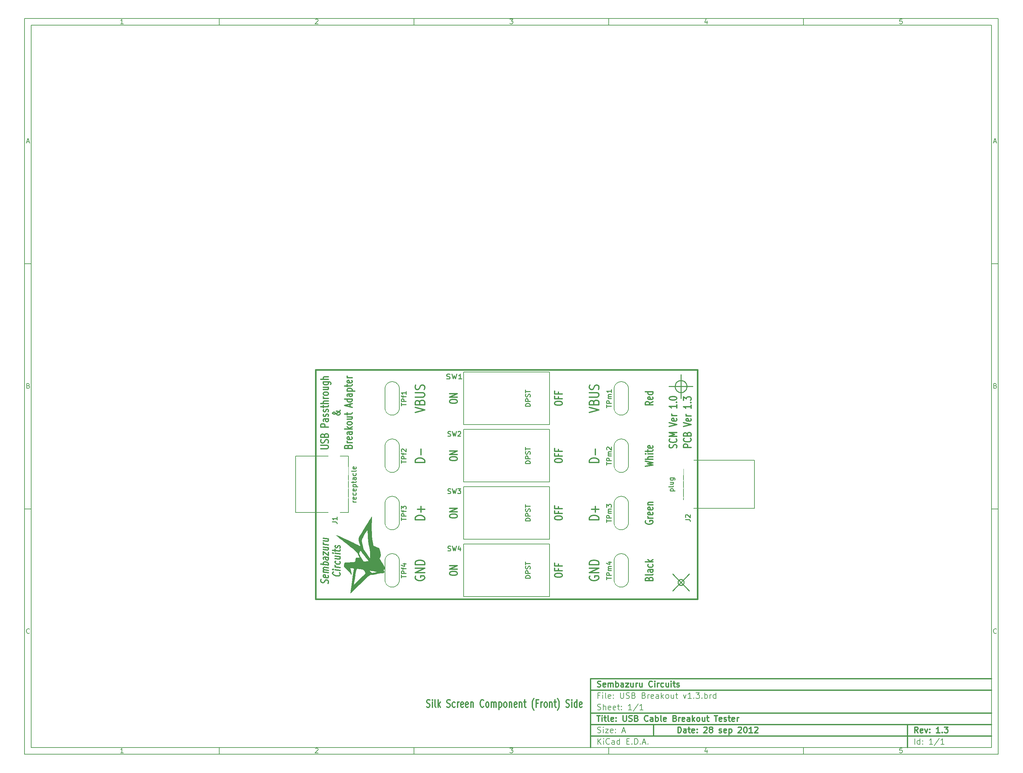
<source format=gto>
G04 (created by PCBNEW-RS274X (2012-01-19 BZR 3256)-stable) date 28/09/2012 17:59:23*
G01*
G70*
G90*
%MOIN*%
G04 Gerber Fmt 3.4, Leading zero omitted, Abs format*
%FSLAX34Y34*%
G04 APERTURE LIST*
%ADD10C,0.006000*%
%ADD11C,0.012000*%
%ADD12C,0.010000*%
%ADD13C,0.015000*%
%ADD14C,0.005000*%
%ADD15C,0.002500*%
%ADD16C,0.000100*%
%ADD17R,0.120000X0.120000*%
%ADD18C,0.120000*%
%ADD19R,0.086200X0.086200*%
%ADD20O,0.086200X0.079100*%
%ADD21C,0.086200*%
%ADD22O,0.148400X0.089400*%
%ADD23C,0.063300*%
%ADD24C,0.140600*%
%ADD25C,0.143000*%
G04 APERTURE END LIST*
G54D10*
X-30500Y36750D02*
X71500Y36750D01*
X71500Y-40250D01*
X-30500Y-40250D01*
X-30500Y36750D01*
X-29800Y36050D02*
X70800Y36050D01*
X70800Y-39550D01*
X-29800Y-39550D01*
X-29800Y36050D01*
X-10100Y36750D02*
X-10100Y36050D01*
X-20157Y36198D02*
X-20443Y36198D01*
X-20300Y36198D02*
X-20300Y36698D01*
X-20348Y36626D01*
X-20395Y36579D01*
X-20443Y36555D01*
X-10100Y-40250D02*
X-10100Y-39550D01*
X-20157Y-40102D02*
X-20443Y-40102D01*
X-20300Y-40102D02*
X-20300Y-39602D01*
X-20348Y-39674D01*
X-20395Y-39721D01*
X-20443Y-39745D01*
X10300Y36750D02*
X10300Y36050D01*
X-00043Y36650D02*
X-00019Y36674D01*
X00029Y36698D01*
X00148Y36698D01*
X00195Y36674D01*
X00219Y36650D01*
X00243Y36602D01*
X00243Y36555D01*
X00219Y36483D01*
X-00067Y36198D01*
X00243Y36198D01*
X10300Y-40250D02*
X10300Y-39550D01*
X-00043Y-39650D02*
X-00019Y-39626D01*
X00029Y-39602D01*
X00148Y-39602D01*
X00195Y-39626D01*
X00219Y-39650D01*
X00243Y-39698D01*
X00243Y-39745D01*
X00219Y-39817D01*
X-00067Y-40102D01*
X00243Y-40102D01*
X30700Y36750D02*
X30700Y36050D01*
X20333Y36698D02*
X20643Y36698D01*
X20476Y36507D01*
X20548Y36507D01*
X20595Y36483D01*
X20619Y36460D01*
X20643Y36412D01*
X20643Y36293D01*
X20619Y36245D01*
X20595Y36221D01*
X20548Y36198D01*
X20405Y36198D01*
X20357Y36221D01*
X20333Y36245D01*
X30700Y-40250D02*
X30700Y-39550D01*
X20333Y-39602D02*
X20643Y-39602D01*
X20476Y-39793D01*
X20548Y-39793D01*
X20595Y-39817D01*
X20619Y-39840D01*
X20643Y-39888D01*
X20643Y-40007D01*
X20619Y-40055D01*
X20595Y-40079D01*
X20548Y-40102D01*
X20405Y-40102D01*
X20357Y-40079D01*
X20333Y-40055D01*
X51100Y36750D02*
X51100Y36050D01*
X40995Y36531D02*
X40995Y36198D01*
X40876Y36721D02*
X40757Y36364D01*
X41067Y36364D01*
X51100Y-40250D02*
X51100Y-39550D01*
X40995Y-39769D02*
X40995Y-40102D01*
X40876Y-39579D02*
X40757Y-39936D01*
X41067Y-39936D01*
X61419Y36698D02*
X61181Y36698D01*
X61157Y36460D01*
X61181Y36483D01*
X61229Y36507D01*
X61348Y36507D01*
X61395Y36483D01*
X61419Y36460D01*
X61443Y36412D01*
X61443Y36293D01*
X61419Y36245D01*
X61395Y36221D01*
X61348Y36198D01*
X61229Y36198D01*
X61181Y36221D01*
X61157Y36245D01*
X61419Y-39602D02*
X61181Y-39602D01*
X61157Y-39840D01*
X61181Y-39817D01*
X61229Y-39793D01*
X61348Y-39793D01*
X61395Y-39817D01*
X61419Y-39840D01*
X61443Y-39888D01*
X61443Y-40007D01*
X61419Y-40055D01*
X61395Y-40079D01*
X61348Y-40102D01*
X61229Y-40102D01*
X61181Y-40079D01*
X61157Y-40055D01*
X-30500Y11090D02*
X-29800Y11090D01*
X-30269Y23860D02*
X-30031Y23860D01*
X-30316Y23718D02*
X-30150Y24218D01*
X-29983Y23718D01*
X71500Y11090D02*
X70800Y11090D01*
X71031Y23860D02*
X71269Y23860D01*
X70984Y23718D02*
X71150Y24218D01*
X71317Y23718D01*
X-30500Y-14570D02*
X-29800Y-14570D01*
X-30114Y-01680D02*
X-30043Y-01704D01*
X-30019Y-01728D01*
X-29995Y-01776D01*
X-29995Y-01847D01*
X-30019Y-01895D01*
X-30043Y-01919D01*
X-30090Y-01942D01*
X-30281Y-01942D01*
X-30281Y-01442D01*
X-30114Y-01442D01*
X-30067Y-01466D01*
X-30043Y-01490D01*
X-30019Y-01538D01*
X-30019Y-01585D01*
X-30043Y-01633D01*
X-30067Y-01657D01*
X-30114Y-01680D01*
X-30281Y-01680D01*
X71500Y-14570D02*
X70800Y-14570D01*
X71186Y-01680D02*
X71257Y-01704D01*
X71281Y-01728D01*
X71305Y-01776D01*
X71305Y-01847D01*
X71281Y-01895D01*
X71257Y-01919D01*
X71210Y-01942D01*
X71019Y-01942D01*
X71019Y-01442D01*
X71186Y-01442D01*
X71233Y-01466D01*
X71257Y-01490D01*
X71281Y-01538D01*
X71281Y-01585D01*
X71257Y-01633D01*
X71233Y-01657D01*
X71186Y-01680D01*
X71019Y-01680D01*
X-29995Y-27555D02*
X-30019Y-27579D01*
X-30090Y-27602D01*
X-30138Y-27602D01*
X-30210Y-27579D01*
X-30257Y-27531D01*
X-30281Y-27483D01*
X-30305Y-27388D01*
X-30305Y-27317D01*
X-30281Y-27221D01*
X-30257Y-27174D01*
X-30210Y-27126D01*
X-30138Y-27102D01*
X-30090Y-27102D01*
X-30019Y-27126D01*
X-29995Y-27150D01*
X71305Y-27555D02*
X71281Y-27579D01*
X71210Y-27602D01*
X71162Y-27602D01*
X71090Y-27579D01*
X71043Y-27531D01*
X71019Y-27483D01*
X70995Y-27388D01*
X70995Y-27317D01*
X71019Y-27221D01*
X71043Y-27174D01*
X71090Y-27126D01*
X71162Y-27102D01*
X71210Y-27102D01*
X71281Y-27126D01*
X71305Y-27150D01*
G54D11*
X37943Y-37993D02*
X37943Y-37393D01*
X38086Y-37393D01*
X38171Y-37421D01*
X38229Y-37479D01*
X38257Y-37536D01*
X38286Y-37650D01*
X38286Y-37736D01*
X38257Y-37850D01*
X38229Y-37907D01*
X38171Y-37964D01*
X38086Y-37993D01*
X37943Y-37993D01*
X38800Y-37993D02*
X38800Y-37679D01*
X38771Y-37621D01*
X38714Y-37593D01*
X38600Y-37593D01*
X38543Y-37621D01*
X38800Y-37964D02*
X38743Y-37993D01*
X38600Y-37993D01*
X38543Y-37964D01*
X38514Y-37907D01*
X38514Y-37850D01*
X38543Y-37793D01*
X38600Y-37764D01*
X38743Y-37764D01*
X38800Y-37736D01*
X39000Y-37593D02*
X39229Y-37593D01*
X39086Y-37393D02*
X39086Y-37907D01*
X39114Y-37964D01*
X39172Y-37993D01*
X39229Y-37993D01*
X39657Y-37964D02*
X39600Y-37993D01*
X39486Y-37993D01*
X39429Y-37964D01*
X39400Y-37907D01*
X39400Y-37679D01*
X39429Y-37621D01*
X39486Y-37593D01*
X39600Y-37593D01*
X39657Y-37621D01*
X39686Y-37679D01*
X39686Y-37736D01*
X39400Y-37793D01*
X39943Y-37936D02*
X39971Y-37964D01*
X39943Y-37993D01*
X39914Y-37964D01*
X39943Y-37936D01*
X39943Y-37993D01*
X39943Y-37621D02*
X39971Y-37650D01*
X39943Y-37679D01*
X39914Y-37650D01*
X39943Y-37621D01*
X39943Y-37679D01*
X40657Y-37450D02*
X40686Y-37421D01*
X40743Y-37393D01*
X40886Y-37393D01*
X40943Y-37421D01*
X40972Y-37450D01*
X41000Y-37507D01*
X41000Y-37564D01*
X40972Y-37650D01*
X40629Y-37993D01*
X41000Y-37993D01*
X41343Y-37650D02*
X41285Y-37621D01*
X41257Y-37593D01*
X41228Y-37536D01*
X41228Y-37507D01*
X41257Y-37450D01*
X41285Y-37421D01*
X41343Y-37393D01*
X41457Y-37393D01*
X41514Y-37421D01*
X41543Y-37450D01*
X41571Y-37507D01*
X41571Y-37536D01*
X41543Y-37593D01*
X41514Y-37621D01*
X41457Y-37650D01*
X41343Y-37650D01*
X41285Y-37679D01*
X41257Y-37707D01*
X41228Y-37764D01*
X41228Y-37879D01*
X41257Y-37936D01*
X41285Y-37964D01*
X41343Y-37993D01*
X41457Y-37993D01*
X41514Y-37964D01*
X41543Y-37936D01*
X41571Y-37879D01*
X41571Y-37764D01*
X41543Y-37707D01*
X41514Y-37679D01*
X41457Y-37650D01*
X42256Y-37964D02*
X42313Y-37993D01*
X42428Y-37993D01*
X42485Y-37964D01*
X42513Y-37907D01*
X42513Y-37879D01*
X42485Y-37821D01*
X42428Y-37793D01*
X42342Y-37793D01*
X42285Y-37764D01*
X42256Y-37707D01*
X42256Y-37679D01*
X42285Y-37621D01*
X42342Y-37593D01*
X42428Y-37593D01*
X42485Y-37621D01*
X42999Y-37964D02*
X42942Y-37993D01*
X42828Y-37993D01*
X42771Y-37964D01*
X42742Y-37907D01*
X42742Y-37679D01*
X42771Y-37621D01*
X42828Y-37593D01*
X42942Y-37593D01*
X42999Y-37621D01*
X43028Y-37679D01*
X43028Y-37736D01*
X42742Y-37793D01*
X43285Y-37593D02*
X43285Y-38193D01*
X43285Y-37621D02*
X43342Y-37593D01*
X43456Y-37593D01*
X43513Y-37621D01*
X43542Y-37650D01*
X43571Y-37707D01*
X43571Y-37879D01*
X43542Y-37936D01*
X43513Y-37964D01*
X43456Y-37993D01*
X43342Y-37993D01*
X43285Y-37964D01*
X44256Y-37450D02*
X44285Y-37421D01*
X44342Y-37393D01*
X44485Y-37393D01*
X44542Y-37421D01*
X44571Y-37450D01*
X44599Y-37507D01*
X44599Y-37564D01*
X44571Y-37650D01*
X44228Y-37993D01*
X44599Y-37993D01*
X44970Y-37393D02*
X45027Y-37393D01*
X45084Y-37421D01*
X45113Y-37450D01*
X45142Y-37507D01*
X45170Y-37621D01*
X45170Y-37764D01*
X45142Y-37879D01*
X45113Y-37936D01*
X45084Y-37964D01*
X45027Y-37993D01*
X44970Y-37993D01*
X44913Y-37964D01*
X44884Y-37936D01*
X44856Y-37879D01*
X44827Y-37764D01*
X44827Y-37621D01*
X44856Y-37507D01*
X44884Y-37450D01*
X44913Y-37421D01*
X44970Y-37393D01*
X45741Y-37993D02*
X45398Y-37993D01*
X45570Y-37993D02*
X45570Y-37393D01*
X45513Y-37479D01*
X45455Y-37536D01*
X45398Y-37564D01*
X45969Y-37450D02*
X45998Y-37421D01*
X46055Y-37393D01*
X46198Y-37393D01*
X46255Y-37421D01*
X46284Y-37450D01*
X46312Y-37507D01*
X46312Y-37564D01*
X46284Y-37650D01*
X45941Y-37993D01*
X46312Y-37993D01*
G54D10*
X29543Y-39193D02*
X29543Y-38593D01*
X29886Y-39193D02*
X29629Y-38850D01*
X29886Y-38593D02*
X29543Y-38936D01*
X30143Y-39193D02*
X30143Y-38793D01*
X30143Y-38593D02*
X30114Y-38621D01*
X30143Y-38650D01*
X30171Y-38621D01*
X30143Y-38593D01*
X30143Y-38650D01*
X30772Y-39136D02*
X30743Y-39164D01*
X30657Y-39193D01*
X30600Y-39193D01*
X30515Y-39164D01*
X30457Y-39107D01*
X30429Y-39050D01*
X30400Y-38936D01*
X30400Y-38850D01*
X30429Y-38736D01*
X30457Y-38679D01*
X30515Y-38621D01*
X30600Y-38593D01*
X30657Y-38593D01*
X30743Y-38621D01*
X30772Y-38650D01*
X31286Y-39193D02*
X31286Y-38879D01*
X31257Y-38821D01*
X31200Y-38793D01*
X31086Y-38793D01*
X31029Y-38821D01*
X31286Y-39164D02*
X31229Y-39193D01*
X31086Y-39193D01*
X31029Y-39164D01*
X31000Y-39107D01*
X31000Y-39050D01*
X31029Y-38993D01*
X31086Y-38964D01*
X31229Y-38964D01*
X31286Y-38936D01*
X31829Y-39193D02*
X31829Y-38593D01*
X31829Y-39164D02*
X31772Y-39193D01*
X31658Y-39193D01*
X31600Y-39164D01*
X31572Y-39136D01*
X31543Y-39079D01*
X31543Y-38907D01*
X31572Y-38850D01*
X31600Y-38821D01*
X31658Y-38793D01*
X31772Y-38793D01*
X31829Y-38821D01*
X32572Y-38879D02*
X32772Y-38879D01*
X32858Y-39193D02*
X32572Y-39193D01*
X32572Y-38593D01*
X32858Y-38593D01*
X33115Y-39136D02*
X33143Y-39164D01*
X33115Y-39193D01*
X33086Y-39164D01*
X33115Y-39136D01*
X33115Y-39193D01*
X33401Y-39193D02*
X33401Y-38593D01*
X33544Y-38593D01*
X33629Y-38621D01*
X33687Y-38679D01*
X33715Y-38736D01*
X33744Y-38850D01*
X33744Y-38936D01*
X33715Y-39050D01*
X33687Y-39107D01*
X33629Y-39164D01*
X33544Y-39193D01*
X33401Y-39193D01*
X34001Y-39136D02*
X34029Y-39164D01*
X34001Y-39193D01*
X33972Y-39164D01*
X34001Y-39136D01*
X34001Y-39193D01*
X34258Y-39021D02*
X34544Y-39021D01*
X34201Y-39193D02*
X34401Y-38593D01*
X34601Y-39193D01*
X34801Y-39136D02*
X34829Y-39164D01*
X34801Y-39193D01*
X34772Y-39164D01*
X34801Y-39136D01*
X34801Y-39193D01*
G54D11*
X63086Y-37993D02*
X62886Y-37707D01*
X62743Y-37993D02*
X62743Y-37393D01*
X62971Y-37393D01*
X63029Y-37421D01*
X63057Y-37450D01*
X63086Y-37507D01*
X63086Y-37593D01*
X63057Y-37650D01*
X63029Y-37679D01*
X62971Y-37707D01*
X62743Y-37707D01*
X63571Y-37964D02*
X63514Y-37993D01*
X63400Y-37993D01*
X63343Y-37964D01*
X63314Y-37907D01*
X63314Y-37679D01*
X63343Y-37621D01*
X63400Y-37593D01*
X63514Y-37593D01*
X63571Y-37621D01*
X63600Y-37679D01*
X63600Y-37736D01*
X63314Y-37793D01*
X63800Y-37593D02*
X63943Y-37993D01*
X64085Y-37593D01*
X64314Y-37936D02*
X64342Y-37964D01*
X64314Y-37993D01*
X64285Y-37964D01*
X64314Y-37936D01*
X64314Y-37993D01*
X64314Y-37621D02*
X64342Y-37650D01*
X64314Y-37679D01*
X64285Y-37650D01*
X64314Y-37621D01*
X64314Y-37679D01*
X65371Y-37993D02*
X65028Y-37993D01*
X65200Y-37993D02*
X65200Y-37393D01*
X65143Y-37479D01*
X65085Y-37536D01*
X65028Y-37564D01*
X65628Y-37936D02*
X65656Y-37964D01*
X65628Y-37993D01*
X65599Y-37964D01*
X65628Y-37936D01*
X65628Y-37993D01*
X65857Y-37393D02*
X66228Y-37393D01*
X66028Y-37621D01*
X66114Y-37621D01*
X66171Y-37650D01*
X66200Y-37679D01*
X66228Y-37736D01*
X66228Y-37879D01*
X66200Y-37936D01*
X66171Y-37964D01*
X66114Y-37993D01*
X65942Y-37993D01*
X65885Y-37964D01*
X65857Y-37936D01*
G54D10*
X29514Y-37964D02*
X29600Y-37993D01*
X29743Y-37993D01*
X29800Y-37964D01*
X29829Y-37936D01*
X29857Y-37879D01*
X29857Y-37821D01*
X29829Y-37764D01*
X29800Y-37736D01*
X29743Y-37707D01*
X29629Y-37679D01*
X29571Y-37650D01*
X29543Y-37621D01*
X29514Y-37564D01*
X29514Y-37507D01*
X29543Y-37450D01*
X29571Y-37421D01*
X29629Y-37393D01*
X29771Y-37393D01*
X29857Y-37421D01*
X30114Y-37993D02*
X30114Y-37593D01*
X30114Y-37393D02*
X30085Y-37421D01*
X30114Y-37450D01*
X30142Y-37421D01*
X30114Y-37393D01*
X30114Y-37450D01*
X30343Y-37593D02*
X30657Y-37593D01*
X30343Y-37993D01*
X30657Y-37993D01*
X31114Y-37964D02*
X31057Y-37993D01*
X30943Y-37993D01*
X30886Y-37964D01*
X30857Y-37907D01*
X30857Y-37679D01*
X30886Y-37621D01*
X30943Y-37593D01*
X31057Y-37593D01*
X31114Y-37621D01*
X31143Y-37679D01*
X31143Y-37736D01*
X30857Y-37793D01*
X31400Y-37936D02*
X31428Y-37964D01*
X31400Y-37993D01*
X31371Y-37964D01*
X31400Y-37936D01*
X31400Y-37993D01*
X31400Y-37621D02*
X31428Y-37650D01*
X31400Y-37679D01*
X31371Y-37650D01*
X31400Y-37621D01*
X31400Y-37679D01*
X32114Y-37821D02*
X32400Y-37821D01*
X32057Y-37993D02*
X32257Y-37393D01*
X32457Y-37993D01*
X62743Y-39193D02*
X62743Y-38593D01*
X63286Y-39193D02*
X63286Y-38593D01*
X63286Y-39164D02*
X63229Y-39193D01*
X63115Y-39193D01*
X63057Y-39164D01*
X63029Y-39136D01*
X63000Y-39079D01*
X63000Y-38907D01*
X63029Y-38850D01*
X63057Y-38821D01*
X63115Y-38793D01*
X63229Y-38793D01*
X63286Y-38821D01*
X63572Y-39136D02*
X63600Y-39164D01*
X63572Y-39193D01*
X63543Y-39164D01*
X63572Y-39136D01*
X63572Y-39193D01*
X63572Y-38821D02*
X63600Y-38850D01*
X63572Y-38879D01*
X63543Y-38850D01*
X63572Y-38821D01*
X63572Y-38879D01*
X64629Y-39193D02*
X64286Y-39193D01*
X64458Y-39193D02*
X64458Y-38593D01*
X64401Y-38679D01*
X64343Y-38736D01*
X64286Y-38764D01*
X65314Y-38564D02*
X64800Y-39336D01*
X65829Y-39193D02*
X65486Y-39193D01*
X65658Y-39193D02*
X65658Y-38593D01*
X65601Y-38679D01*
X65543Y-38736D01*
X65486Y-38764D01*
G54D11*
X29457Y-36193D02*
X29800Y-36193D01*
X29629Y-36793D02*
X29629Y-36193D01*
X30000Y-36793D02*
X30000Y-36393D01*
X30000Y-36193D02*
X29971Y-36221D01*
X30000Y-36250D01*
X30028Y-36221D01*
X30000Y-36193D01*
X30000Y-36250D01*
X30200Y-36393D02*
X30429Y-36393D01*
X30286Y-36193D02*
X30286Y-36707D01*
X30314Y-36764D01*
X30372Y-36793D01*
X30429Y-36793D01*
X30715Y-36793D02*
X30657Y-36764D01*
X30629Y-36707D01*
X30629Y-36193D01*
X31171Y-36764D02*
X31114Y-36793D01*
X31000Y-36793D01*
X30943Y-36764D01*
X30914Y-36707D01*
X30914Y-36479D01*
X30943Y-36421D01*
X31000Y-36393D01*
X31114Y-36393D01*
X31171Y-36421D01*
X31200Y-36479D01*
X31200Y-36536D01*
X30914Y-36593D01*
X31457Y-36736D02*
X31485Y-36764D01*
X31457Y-36793D01*
X31428Y-36764D01*
X31457Y-36736D01*
X31457Y-36793D01*
X31457Y-36421D02*
X31485Y-36450D01*
X31457Y-36479D01*
X31428Y-36450D01*
X31457Y-36421D01*
X31457Y-36479D01*
X32200Y-36193D02*
X32200Y-36679D01*
X32228Y-36736D01*
X32257Y-36764D01*
X32314Y-36793D01*
X32428Y-36793D01*
X32486Y-36764D01*
X32514Y-36736D01*
X32543Y-36679D01*
X32543Y-36193D01*
X32800Y-36764D02*
X32886Y-36793D01*
X33029Y-36793D01*
X33086Y-36764D01*
X33115Y-36736D01*
X33143Y-36679D01*
X33143Y-36621D01*
X33115Y-36564D01*
X33086Y-36536D01*
X33029Y-36507D01*
X32915Y-36479D01*
X32857Y-36450D01*
X32829Y-36421D01*
X32800Y-36364D01*
X32800Y-36307D01*
X32829Y-36250D01*
X32857Y-36221D01*
X32915Y-36193D01*
X33057Y-36193D01*
X33143Y-36221D01*
X33600Y-36479D02*
X33686Y-36507D01*
X33714Y-36536D01*
X33743Y-36593D01*
X33743Y-36679D01*
X33714Y-36736D01*
X33686Y-36764D01*
X33628Y-36793D01*
X33400Y-36793D01*
X33400Y-36193D01*
X33600Y-36193D01*
X33657Y-36221D01*
X33686Y-36250D01*
X33714Y-36307D01*
X33714Y-36364D01*
X33686Y-36421D01*
X33657Y-36450D01*
X33600Y-36479D01*
X33400Y-36479D01*
X34800Y-36736D02*
X34771Y-36764D01*
X34685Y-36793D01*
X34628Y-36793D01*
X34543Y-36764D01*
X34485Y-36707D01*
X34457Y-36650D01*
X34428Y-36536D01*
X34428Y-36450D01*
X34457Y-36336D01*
X34485Y-36279D01*
X34543Y-36221D01*
X34628Y-36193D01*
X34685Y-36193D01*
X34771Y-36221D01*
X34800Y-36250D01*
X35314Y-36793D02*
X35314Y-36479D01*
X35285Y-36421D01*
X35228Y-36393D01*
X35114Y-36393D01*
X35057Y-36421D01*
X35314Y-36764D02*
X35257Y-36793D01*
X35114Y-36793D01*
X35057Y-36764D01*
X35028Y-36707D01*
X35028Y-36650D01*
X35057Y-36593D01*
X35114Y-36564D01*
X35257Y-36564D01*
X35314Y-36536D01*
X35600Y-36793D02*
X35600Y-36193D01*
X35600Y-36421D02*
X35657Y-36393D01*
X35771Y-36393D01*
X35828Y-36421D01*
X35857Y-36450D01*
X35886Y-36507D01*
X35886Y-36679D01*
X35857Y-36736D01*
X35828Y-36764D01*
X35771Y-36793D01*
X35657Y-36793D01*
X35600Y-36764D01*
X36229Y-36793D02*
X36171Y-36764D01*
X36143Y-36707D01*
X36143Y-36193D01*
X36685Y-36764D02*
X36628Y-36793D01*
X36514Y-36793D01*
X36457Y-36764D01*
X36428Y-36707D01*
X36428Y-36479D01*
X36457Y-36421D01*
X36514Y-36393D01*
X36628Y-36393D01*
X36685Y-36421D01*
X36714Y-36479D01*
X36714Y-36536D01*
X36428Y-36593D01*
X37628Y-36479D02*
X37714Y-36507D01*
X37742Y-36536D01*
X37771Y-36593D01*
X37771Y-36679D01*
X37742Y-36736D01*
X37714Y-36764D01*
X37656Y-36793D01*
X37428Y-36793D01*
X37428Y-36193D01*
X37628Y-36193D01*
X37685Y-36221D01*
X37714Y-36250D01*
X37742Y-36307D01*
X37742Y-36364D01*
X37714Y-36421D01*
X37685Y-36450D01*
X37628Y-36479D01*
X37428Y-36479D01*
X38028Y-36793D02*
X38028Y-36393D01*
X38028Y-36507D02*
X38056Y-36450D01*
X38085Y-36421D01*
X38142Y-36393D01*
X38199Y-36393D01*
X38627Y-36764D02*
X38570Y-36793D01*
X38456Y-36793D01*
X38399Y-36764D01*
X38370Y-36707D01*
X38370Y-36479D01*
X38399Y-36421D01*
X38456Y-36393D01*
X38570Y-36393D01*
X38627Y-36421D01*
X38656Y-36479D01*
X38656Y-36536D01*
X38370Y-36593D01*
X39170Y-36793D02*
X39170Y-36479D01*
X39141Y-36421D01*
X39084Y-36393D01*
X38970Y-36393D01*
X38913Y-36421D01*
X39170Y-36764D02*
X39113Y-36793D01*
X38970Y-36793D01*
X38913Y-36764D01*
X38884Y-36707D01*
X38884Y-36650D01*
X38913Y-36593D01*
X38970Y-36564D01*
X39113Y-36564D01*
X39170Y-36536D01*
X39456Y-36793D02*
X39456Y-36193D01*
X39513Y-36564D02*
X39684Y-36793D01*
X39684Y-36393D02*
X39456Y-36621D01*
X40028Y-36793D02*
X39970Y-36764D01*
X39942Y-36736D01*
X39913Y-36679D01*
X39913Y-36507D01*
X39942Y-36450D01*
X39970Y-36421D01*
X40028Y-36393D01*
X40113Y-36393D01*
X40170Y-36421D01*
X40199Y-36450D01*
X40228Y-36507D01*
X40228Y-36679D01*
X40199Y-36736D01*
X40170Y-36764D01*
X40113Y-36793D01*
X40028Y-36793D01*
X40742Y-36393D02*
X40742Y-36793D01*
X40485Y-36393D02*
X40485Y-36707D01*
X40513Y-36764D01*
X40571Y-36793D01*
X40656Y-36793D01*
X40713Y-36764D01*
X40742Y-36736D01*
X40942Y-36393D02*
X41171Y-36393D01*
X41028Y-36193D02*
X41028Y-36707D01*
X41056Y-36764D01*
X41114Y-36793D01*
X41171Y-36793D01*
X41742Y-36193D02*
X42085Y-36193D01*
X41914Y-36793D02*
X41914Y-36193D01*
X42513Y-36764D02*
X42456Y-36793D01*
X42342Y-36793D01*
X42285Y-36764D01*
X42256Y-36707D01*
X42256Y-36479D01*
X42285Y-36421D01*
X42342Y-36393D01*
X42456Y-36393D01*
X42513Y-36421D01*
X42542Y-36479D01*
X42542Y-36536D01*
X42256Y-36593D01*
X42770Y-36764D02*
X42827Y-36793D01*
X42942Y-36793D01*
X42999Y-36764D01*
X43027Y-36707D01*
X43027Y-36679D01*
X42999Y-36621D01*
X42942Y-36593D01*
X42856Y-36593D01*
X42799Y-36564D01*
X42770Y-36507D01*
X42770Y-36479D01*
X42799Y-36421D01*
X42856Y-36393D01*
X42942Y-36393D01*
X42999Y-36421D01*
X43199Y-36393D02*
X43428Y-36393D01*
X43285Y-36193D02*
X43285Y-36707D01*
X43313Y-36764D01*
X43371Y-36793D01*
X43428Y-36793D01*
X43856Y-36764D02*
X43799Y-36793D01*
X43685Y-36793D01*
X43628Y-36764D01*
X43599Y-36707D01*
X43599Y-36479D01*
X43628Y-36421D01*
X43685Y-36393D01*
X43799Y-36393D01*
X43856Y-36421D01*
X43885Y-36479D01*
X43885Y-36536D01*
X43599Y-36593D01*
X44142Y-36793D02*
X44142Y-36393D01*
X44142Y-36507D02*
X44170Y-36450D01*
X44199Y-36421D01*
X44256Y-36393D01*
X44313Y-36393D01*
G54D10*
X29743Y-34079D02*
X29543Y-34079D01*
X29543Y-34393D02*
X29543Y-33793D01*
X29829Y-33793D01*
X30057Y-34393D02*
X30057Y-33993D01*
X30057Y-33793D02*
X30028Y-33821D01*
X30057Y-33850D01*
X30085Y-33821D01*
X30057Y-33793D01*
X30057Y-33850D01*
X30429Y-34393D02*
X30371Y-34364D01*
X30343Y-34307D01*
X30343Y-33793D01*
X30885Y-34364D02*
X30828Y-34393D01*
X30714Y-34393D01*
X30657Y-34364D01*
X30628Y-34307D01*
X30628Y-34079D01*
X30657Y-34021D01*
X30714Y-33993D01*
X30828Y-33993D01*
X30885Y-34021D01*
X30914Y-34079D01*
X30914Y-34136D01*
X30628Y-34193D01*
X31171Y-34336D02*
X31199Y-34364D01*
X31171Y-34393D01*
X31142Y-34364D01*
X31171Y-34336D01*
X31171Y-34393D01*
X31171Y-34021D02*
X31199Y-34050D01*
X31171Y-34079D01*
X31142Y-34050D01*
X31171Y-34021D01*
X31171Y-34079D01*
X31914Y-33793D02*
X31914Y-34279D01*
X31942Y-34336D01*
X31971Y-34364D01*
X32028Y-34393D01*
X32142Y-34393D01*
X32200Y-34364D01*
X32228Y-34336D01*
X32257Y-34279D01*
X32257Y-33793D01*
X32514Y-34364D02*
X32600Y-34393D01*
X32743Y-34393D01*
X32800Y-34364D01*
X32829Y-34336D01*
X32857Y-34279D01*
X32857Y-34221D01*
X32829Y-34164D01*
X32800Y-34136D01*
X32743Y-34107D01*
X32629Y-34079D01*
X32571Y-34050D01*
X32543Y-34021D01*
X32514Y-33964D01*
X32514Y-33907D01*
X32543Y-33850D01*
X32571Y-33821D01*
X32629Y-33793D01*
X32771Y-33793D01*
X32857Y-33821D01*
X33314Y-34079D02*
X33400Y-34107D01*
X33428Y-34136D01*
X33457Y-34193D01*
X33457Y-34279D01*
X33428Y-34336D01*
X33400Y-34364D01*
X33342Y-34393D01*
X33114Y-34393D01*
X33114Y-33793D01*
X33314Y-33793D01*
X33371Y-33821D01*
X33400Y-33850D01*
X33428Y-33907D01*
X33428Y-33964D01*
X33400Y-34021D01*
X33371Y-34050D01*
X33314Y-34079D01*
X33114Y-34079D01*
X34371Y-34079D02*
X34457Y-34107D01*
X34485Y-34136D01*
X34514Y-34193D01*
X34514Y-34279D01*
X34485Y-34336D01*
X34457Y-34364D01*
X34399Y-34393D01*
X34171Y-34393D01*
X34171Y-33793D01*
X34371Y-33793D01*
X34428Y-33821D01*
X34457Y-33850D01*
X34485Y-33907D01*
X34485Y-33964D01*
X34457Y-34021D01*
X34428Y-34050D01*
X34371Y-34079D01*
X34171Y-34079D01*
X34771Y-34393D02*
X34771Y-33993D01*
X34771Y-34107D02*
X34799Y-34050D01*
X34828Y-34021D01*
X34885Y-33993D01*
X34942Y-33993D01*
X35370Y-34364D02*
X35313Y-34393D01*
X35199Y-34393D01*
X35142Y-34364D01*
X35113Y-34307D01*
X35113Y-34079D01*
X35142Y-34021D01*
X35199Y-33993D01*
X35313Y-33993D01*
X35370Y-34021D01*
X35399Y-34079D01*
X35399Y-34136D01*
X35113Y-34193D01*
X35913Y-34393D02*
X35913Y-34079D01*
X35884Y-34021D01*
X35827Y-33993D01*
X35713Y-33993D01*
X35656Y-34021D01*
X35913Y-34364D02*
X35856Y-34393D01*
X35713Y-34393D01*
X35656Y-34364D01*
X35627Y-34307D01*
X35627Y-34250D01*
X35656Y-34193D01*
X35713Y-34164D01*
X35856Y-34164D01*
X35913Y-34136D01*
X36199Y-34393D02*
X36199Y-33793D01*
X36256Y-34164D02*
X36427Y-34393D01*
X36427Y-33993D02*
X36199Y-34221D01*
X36771Y-34393D02*
X36713Y-34364D01*
X36685Y-34336D01*
X36656Y-34279D01*
X36656Y-34107D01*
X36685Y-34050D01*
X36713Y-34021D01*
X36771Y-33993D01*
X36856Y-33993D01*
X36913Y-34021D01*
X36942Y-34050D01*
X36971Y-34107D01*
X36971Y-34279D01*
X36942Y-34336D01*
X36913Y-34364D01*
X36856Y-34393D01*
X36771Y-34393D01*
X37485Y-33993D02*
X37485Y-34393D01*
X37228Y-33993D02*
X37228Y-34307D01*
X37256Y-34364D01*
X37314Y-34393D01*
X37399Y-34393D01*
X37456Y-34364D01*
X37485Y-34336D01*
X37685Y-33993D02*
X37914Y-33993D01*
X37771Y-33793D02*
X37771Y-34307D01*
X37799Y-34364D01*
X37857Y-34393D01*
X37914Y-34393D01*
X38514Y-33993D02*
X38657Y-34393D01*
X38799Y-33993D01*
X39342Y-34393D02*
X38999Y-34393D01*
X39171Y-34393D02*
X39171Y-33793D01*
X39114Y-33879D01*
X39056Y-33936D01*
X38999Y-33964D01*
X39599Y-34336D02*
X39627Y-34364D01*
X39599Y-34393D01*
X39570Y-34364D01*
X39599Y-34336D01*
X39599Y-34393D01*
X39828Y-33793D02*
X40199Y-33793D01*
X39999Y-34021D01*
X40085Y-34021D01*
X40142Y-34050D01*
X40171Y-34079D01*
X40199Y-34136D01*
X40199Y-34279D01*
X40171Y-34336D01*
X40142Y-34364D01*
X40085Y-34393D01*
X39913Y-34393D01*
X39856Y-34364D01*
X39828Y-34336D01*
X40456Y-34336D02*
X40484Y-34364D01*
X40456Y-34393D01*
X40427Y-34364D01*
X40456Y-34336D01*
X40456Y-34393D01*
X40742Y-34393D02*
X40742Y-33793D01*
X40742Y-34021D02*
X40799Y-33993D01*
X40913Y-33993D01*
X40970Y-34021D01*
X40999Y-34050D01*
X41028Y-34107D01*
X41028Y-34279D01*
X40999Y-34336D01*
X40970Y-34364D01*
X40913Y-34393D01*
X40799Y-34393D01*
X40742Y-34364D01*
X41285Y-34393D02*
X41285Y-33993D01*
X41285Y-34107D02*
X41313Y-34050D01*
X41342Y-34021D01*
X41399Y-33993D01*
X41456Y-33993D01*
X41913Y-34393D02*
X41913Y-33793D01*
X41913Y-34364D02*
X41856Y-34393D01*
X41742Y-34393D01*
X41684Y-34364D01*
X41656Y-34336D01*
X41627Y-34279D01*
X41627Y-34107D01*
X41656Y-34050D01*
X41684Y-34021D01*
X41742Y-33993D01*
X41856Y-33993D01*
X41913Y-34021D01*
X29514Y-35564D02*
X29600Y-35593D01*
X29743Y-35593D01*
X29800Y-35564D01*
X29829Y-35536D01*
X29857Y-35479D01*
X29857Y-35421D01*
X29829Y-35364D01*
X29800Y-35336D01*
X29743Y-35307D01*
X29629Y-35279D01*
X29571Y-35250D01*
X29543Y-35221D01*
X29514Y-35164D01*
X29514Y-35107D01*
X29543Y-35050D01*
X29571Y-35021D01*
X29629Y-34993D01*
X29771Y-34993D01*
X29857Y-35021D01*
X30114Y-35593D02*
X30114Y-34993D01*
X30371Y-35593D02*
X30371Y-35279D01*
X30342Y-35221D01*
X30285Y-35193D01*
X30200Y-35193D01*
X30142Y-35221D01*
X30114Y-35250D01*
X30885Y-35564D02*
X30828Y-35593D01*
X30714Y-35593D01*
X30657Y-35564D01*
X30628Y-35507D01*
X30628Y-35279D01*
X30657Y-35221D01*
X30714Y-35193D01*
X30828Y-35193D01*
X30885Y-35221D01*
X30914Y-35279D01*
X30914Y-35336D01*
X30628Y-35393D01*
X31399Y-35564D02*
X31342Y-35593D01*
X31228Y-35593D01*
X31171Y-35564D01*
X31142Y-35507D01*
X31142Y-35279D01*
X31171Y-35221D01*
X31228Y-35193D01*
X31342Y-35193D01*
X31399Y-35221D01*
X31428Y-35279D01*
X31428Y-35336D01*
X31142Y-35393D01*
X31599Y-35193D02*
X31828Y-35193D01*
X31685Y-34993D02*
X31685Y-35507D01*
X31713Y-35564D01*
X31771Y-35593D01*
X31828Y-35593D01*
X32028Y-35536D02*
X32056Y-35564D01*
X32028Y-35593D01*
X31999Y-35564D01*
X32028Y-35536D01*
X32028Y-35593D01*
X32028Y-35221D02*
X32056Y-35250D01*
X32028Y-35279D01*
X31999Y-35250D01*
X32028Y-35221D01*
X32028Y-35279D01*
X33085Y-35593D02*
X32742Y-35593D01*
X32914Y-35593D02*
X32914Y-34993D01*
X32857Y-35079D01*
X32799Y-35136D01*
X32742Y-35164D01*
X33770Y-34964D02*
X33256Y-35736D01*
X34285Y-35593D02*
X33942Y-35593D01*
X34114Y-35593D02*
X34114Y-34993D01*
X34057Y-35079D01*
X33999Y-35136D01*
X33942Y-35164D01*
G54D11*
X29514Y-33164D02*
X29600Y-33193D01*
X29743Y-33193D01*
X29800Y-33164D01*
X29829Y-33136D01*
X29857Y-33079D01*
X29857Y-33021D01*
X29829Y-32964D01*
X29800Y-32936D01*
X29743Y-32907D01*
X29629Y-32879D01*
X29571Y-32850D01*
X29543Y-32821D01*
X29514Y-32764D01*
X29514Y-32707D01*
X29543Y-32650D01*
X29571Y-32621D01*
X29629Y-32593D01*
X29771Y-32593D01*
X29857Y-32621D01*
X30342Y-33164D02*
X30285Y-33193D01*
X30171Y-33193D01*
X30114Y-33164D01*
X30085Y-33107D01*
X30085Y-32879D01*
X30114Y-32821D01*
X30171Y-32793D01*
X30285Y-32793D01*
X30342Y-32821D01*
X30371Y-32879D01*
X30371Y-32936D01*
X30085Y-32993D01*
X30628Y-33193D02*
X30628Y-32793D01*
X30628Y-32850D02*
X30656Y-32821D01*
X30714Y-32793D01*
X30799Y-32793D01*
X30856Y-32821D01*
X30885Y-32879D01*
X30885Y-33193D01*
X30885Y-32879D02*
X30914Y-32821D01*
X30971Y-32793D01*
X31056Y-32793D01*
X31114Y-32821D01*
X31142Y-32879D01*
X31142Y-33193D01*
X31428Y-33193D02*
X31428Y-32593D01*
X31428Y-32821D02*
X31485Y-32793D01*
X31599Y-32793D01*
X31656Y-32821D01*
X31685Y-32850D01*
X31714Y-32907D01*
X31714Y-33079D01*
X31685Y-33136D01*
X31656Y-33164D01*
X31599Y-33193D01*
X31485Y-33193D01*
X31428Y-33164D01*
X32228Y-33193D02*
X32228Y-32879D01*
X32199Y-32821D01*
X32142Y-32793D01*
X32028Y-32793D01*
X31971Y-32821D01*
X32228Y-33164D02*
X32171Y-33193D01*
X32028Y-33193D01*
X31971Y-33164D01*
X31942Y-33107D01*
X31942Y-33050D01*
X31971Y-32993D01*
X32028Y-32964D01*
X32171Y-32964D01*
X32228Y-32936D01*
X32457Y-32793D02*
X32771Y-32793D01*
X32457Y-33193D01*
X32771Y-33193D01*
X33257Y-32793D02*
X33257Y-33193D01*
X33000Y-32793D02*
X33000Y-33107D01*
X33028Y-33164D01*
X33086Y-33193D01*
X33171Y-33193D01*
X33228Y-33164D01*
X33257Y-33136D01*
X33543Y-33193D02*
X33543Y-32793D01*
X33543Y-32907D02*
X33571Y-32850D01*
X33600Y-32821D01*
X33657Y-32793D01*
X33714Y-32793D01*
X34171Y-32793D02*
X34171Y-33193D01*
X33914Y-32793D02*
X33914Y-33107D01*
X33942Y-33164D01*
X34000Y-33193D01*
X34085Y-33193D01*
X34142Y-33164D01*
X34171Y-33136D01*
X35257Y-33136D02*
X35228Y-33164D01*
X35142Y-33193D01*
X35085Y-33193D01*
X35000Y-33164D01*
X34942Y-33107D01*
X34914Y-33050D01*
X34885Y-32936D01*
X34885Y-32850D01*
X34914Y-32736D01*
X34942Y-32679D01*
X35000Y-32621D01*
X35085Y-32593D01*
X35142Y-32593D01*
X35228Y-32621D01*
X35257Y-32650D01*
X35514Y-33193D02*
X35514Y-32793D01*
X35514Y-32593D02*
X35485Y-32621D01*
X35514Y-32650D01*
X35542Y-32621D01*
X35514Y-32593D01*
X35514Y-32650D01*
X35800Y-33193D02*
X35800Y-32793D01*
X35800Y-32907D02*
X35828Y-32850D01*
X35857Y-32821D01*
X35914Y-32793D01*
X35971Y-32793D01*
X36428Y-33164D02*
X36371Y-33193D01*
X36257Y-33193D01*
X36199Y-33164D01*
X36171Y-33136D01*
X36142Y-33079D01*
X36142Y-32907D01*
X36171Y-32850D01*
X36199Y-32821D01*
X36257Y-32793D01*
X36371Y-32793D01*
X36428Y-32821D01*
X36942Y-32793D02*
X36942Y-33193D01*
X36685Y-32793D02*
X36685Y-33107D01*
X36713Y-33164D01*
X36771Y-33193D01*
X36856Y-33193D01*
X36913Y-33164D01*
X36942Y-33136D01*
X37228Y-33193D02*
X37228Y-32793D01*
X37228Y-32593D02*
X37199Y-32621D01*
X37228Y-32650D01*
X37256Y-32621D01*
X37228Y-32593D01*
X37228Y-32650D01*
X37428Y-32793D02*
X37657Y-32793D01*
X37514Y-32593D02*
X37514Y-33107D01*
X37542Y-33164D01*
X37600Y-33193D01*
X37657Y-33193D01*
X37828Y-33164D02*
X37885Y-33193D01*
X38000Y-33193D01*
X38057Y-33164D01*
X38085Y-33107D01*
X38085Y-33079D01*
X38057Y-33021D01*
X38000Y-32993D01*
X37914Y-32993D01*
X37857Y-32964D01*
X37828Y-32907D01*
X37828Y-32879D01*
X37857Y-32821D01*
X37914Y-32793D01*
X38000Y-32793D01*
X38057Y-32821D01*
X28800Y-32350D02*
X28800Y-39550D01*
X28800Y-33550D02*
X70800Y-33550D01*
X28800Y-32350D02*
X70800Y-32350D01*
X28800Y-35950D02*
X70800Y-35950D01*
X62000Y-37150D02*
X62000Y-39550D01*
X28800Y-38350D02*
X70800Y-38350D01*
X28800Y-37150D02*
X70800Y-37150D01*
X35400Y-37150D02*
X35400Y-38350D01*
X37786Y-08185D02*
X37824Y-08099D01*
X37824Y-07956D01*
X37786Y-07899D01*
X37748Y-07870D01*
X37671Y-07842D01*
X37595Y-07842D01*
X37519Y-07870D01*
X37481Y-07899D01*
X37443Y-07956D01*
X37405Y-08070D01*
X37367Y-08128D01*
X37329Y-08156D01*
X37252Y-08185D01*
X37176Y-08185D01*
X37100Y-08156D01*
X37062Y-08128D01*
X37024Y-08070D01*
X37024Y-07928D01*
X37062Y-07842D01*
X37748Y-07242D02*
X37786Y-07271D01*
X37824Y-07357D01*
X37824Y-07414D01*
X37786Y-07499D01*
X37710Y-07557D01*
X37633Y-07585D01*
X37481Y-07614D01*
X37367Y-07614D01*
X37214Y-07585D01*
X37138Y-07557D01*
X37062Y-07499D01*
X37024Y-07414D01*
X37024Y-07357D01*
X37062Y-07271D01*
X37100Y-07242D01*
X37824Y-06985D02*
X37024Y-06985D01*
X37595Y-06785D01*
X37024Y-06585D01*
X37824Y-06585D01*
X37024Y-05928D02*
X37824Y-05728D01*
X37024Y-05528D01*
X37786Y-05100D02*
X37824Y-05157D01*
X37824Y-05271D01*
X37786Y-05328D01*
X37710Y-05357D01*
X37405Y-05357D01*
X37329Y-05328D01*
X37290Y-05271D01*
X37290Y-05157D01*
X37329Y-05100D01*
X37405Y-05071D01*
X37481Y-05071D01*
X37557Y-05357D01*
X37824Y-04814D02*
X37290Y-04814D01*
X37443Y-04814D02*
X37367Y-04786D01*
X37329Y-04757D01*
X37290Y-04700D01*
X37290Y-04643D01*
X37824Y-03672D02*
X37824Y-04015D01*
X37824Y-03843D02*
X37024Y-03843D01*
X37138Y-03900D01*
X37214Y-03958D01*
X37252Y-04015D01*
X37748Y-03415D02*
X37786Y-03387D01*
X37824Y-03415D01*
X37786Y-03444D01*
X37748Y-03415D01*
X37824Y-03415D01*
X37024Y-03015D02*
X37024Y-02958D01*
X37062Y-02901D01*
X37100Y-02872D01*
X37176Y-02843D01*
X37329Y-02815D01*
X37519Y-02815D01*
X37671Y-02843D01*
X37748Y-02872D01*
X37786Y-02901D01*
X37824Y-02958D01*
X37824Y-03015D01*
X37786Y-03072D01*
X37748Y-03101D01*
X37671Y-03129D01*
X37519Y-03158D01*
X37329Y-03158D01*
X37176Y-03129D01*
X37100Y-03101D01*
X37062Y-03072D01*
X37024Y-03015D01*
X34905Y-21885D02*
X34943Y-21799D01*
X34981Y-21771D01*
X35057Y-21742D01*
X35171Y-21742D01*
X35248Y-21771D01*
X35286Y-21799D01*
X35324Y-21857D01*
X35324Y-22085D01*
X34524Y-22085D01*
X34524Y-21885D01*
X34562Y-21828D01*
X34600Y-21799D01*
X34676Y-21771D01*
X34752Y-21771D01*
X34829Y-21799D01*
X34867Y-21828D01*
X34905Y-21885D01*
X34905Y-22085D01*
X35324Y-21399D02*
X35286Y-21457D01*
X35210Y-21485D01*
X34524Y-21485D01*
X35324Y-20914D02*
X34905Y-20914D01*
X34829Y-20943D01*
X34790Y-21000D01*
X34790Y-21114D01*
X34829Y-21171D01*
X35286Y-20914D02*
X35324Y-20971D01*
X35324Y-21114D01*
X35286Y-21171D01*
X35210Y-21200D01*
X35133Y-21200D01*
X35057Y-21171D01*
X35019Y-21114D01*
X35019Y-20971D01*
X34981Y-20914D01*
X35286Y-20371D02*
X35324Y-20428D01*
X35324Y-20542D01*
X35286Y-20600D01*
X35248Y-20628D01*
X35171Y-20657D01*
X34943Y-20657D01*
X34867Y-20628D01*
X34829Y-20600D01*
X34790Y-20542D01*
X34790Y-20428D01*
X34829Y-20371D01*
X35324Y-20114D02*
X34524Y-20114D01*
X35019Y-20057D02*
X35324Y-19886D01*
X34790Y-19886D02*
X35095Y-20114D01*
X34562Y-15814D02*
X34524Y-15871D01*
X34524Y-15957D01*
X34562Y-16042D01*
X34638Y-16100D01*
X34714Y-16128D01*
X34867Y-16157D01*
X34981Y-16157D01*
X35133Y-16128D01*
X35210Y-16100D01*
X35286Y-16042D01*
X35324Y-15957D01*
X35324Y-15900D01*
X35286Y-15814D01*
X35248Y-15785D01*
X34981Y-15785D01*
X34981Y-15900D01*
X35324Y-15528D02*
X34790Y-15528D01*
X34943Y-15528D02*
X34867Y-15500D01*
X34829Y-15471D01*
X34790Y-15414D01*
X34790Y-15357D01*
X35286Y-14929D02*
X35324Y-14986D01*
X35324Y-15100D01*
X35286Y-15157D01*
X35210Y-15186D01*
X34905Y-15186D01*
X34829Y-15157D01*
X34790Y-15100D01*
X34790Y-14986D01*
X34829Y-14929D01*
X34905Y-14900D01*
X34981Y-14900D01*
X35057Y-15186D01*
X35286Y-14415D02*
X35324Y-14472D01*
X35324Y-14586D01*
X35286Y-14643D01*
X35210Y-14672D01*
X34905Y-14672D01*
X34829Y-14643D01*
X34790Y-14586D01*
X34790Y-14472D01*
X34829Y-14415D01*
X34905Y-14386D01*
X34981Y-14386D01*
X35057Y-14672D01*
X34790Y-14129D02*
X35324Y-14129D01*
X34867Y-14129D02*
X34829Y-14101D01*
X34790Y-14043D01*
X34790Y-13958D01*
X34829Y-13901D01*
X34905Y-13872D01*
X35324Y-13872D01*
X34524Y-10100D02*
X35324Y-09957D01*
X34752Y-09843D01*
X35324Y-09729D01*
X34524Y-09586D01*
X35324Y-09357D02*
X34524Y-09357D01*
X35324Y-09100D02*
X34905Y-09100D01*
X34829Y-09129D01*
X34790Y-09186D01*
X34790Y-09271D01*
X34829Y-09329D01*
X34867Y-09357D01*
X35324Y-08814D02*
X34790Y-08814D01*
X34524Y-08814D02*
X34562Y-08843D01*
X34600Y-08814D01*
X34562Y-08786D01*
X34524Y-08814D01*
X34600Y-08814D01*
X34790Y-08614D02*
X34790Y-08385D01*
X34524Y-08528D02*
X35210Y-08528D01*
X35286Y-08500D01*
X35324Y-08442D01*
X35324Y-08385D01*
X35286Y-07957D02*
X35324Y-08014D01*
X35324Y-08128D01*
X35286Y-08185D01*
X35210Y-08214D01*
X34905Y-08214D01*
X34829Y-08185D01*
X34790Y-08128D01*
X34790Y-08014D01*
X34829Y-07957D01*
X34905Y-07928D01*
X34981Y-07928D01*
X35057Y-08214D01*
X35324Y-03342D02*
X34943Y-03542D01*
X35324Y-03685D02*
X34524Y-03685D01*
X34524Y-03457D01*
X34562Y-03399D01*
X34600Y-03371D01*
X34676Y-03342D01*
X34790Y-03342D01*
X34867Y-03371D01*
X34905Y-03399D01*
X34943Y-03457D01*
X34943Y-03685D01*
X35286Y-02857D02*
X35324Y-02914D01*
X35324Y-03028D01*
X35286Y-03085D01*
X35210Y-03114D01*
X34905Y-03114D01*
X34829Y-03085D01*
X34790Y-03028D01*
X34790Y-02914D01*
X34829Y-02857D01*
X34905Y-02828D01*
X34981Y-02828D01*
X35057Y-03114D01*
X35324Y-02314D02*
X34524Y-02314D01*
X35286Y-02314D02*
X35324Y-02371D01*
X35324Y-02485D01*
X35286Y-02543D01*
X35248Y-02571D01*
X35171Y-02600D01*
X34943Y-02600D01*
X34867Y-02571D01*
X34829Y-02543D01*
X34790Y-02485D01*
X34790Y-02371D01*
X34829Y-02314D01*
X11614Y-35286D02*
X11700Y-35324D01*
X11843Y-35324D01*
X11900Y-35286D01*
X11929Y-35248D01*
X11957Y-35171D01*
X11957Y-35095D01*
X11929Y-35019D01*
X11900Y-34981D01*
X11843Y-34943D01*
X11729Y-34905D01*
X11671Y-34867D01*
X11643Y-34829D01*
X11614Y-34752D01*
X11614Y-34676D01*
X11643Y-34600D01*
X11671Y-34562D01*
X11729Y-34524D01*
X11871Y-34524D01*
X11957Y-34562D01*
X12214Y-35324D02*
X12214Y-34790D01*
X12214Y-34524D02*
X12185Y-34562D01*
X12214Y-34600D01*
X12242Y-34562D01*
X12214Y-34524D01*
X12214Y-34600D01*
X12586Y-35324D02*
X12528Y-35286D01*
X12500Y-35210D01*
X12500Y-34524D01*
X12814Y-35324D02*
X12814Y-34524D01*
X12871Y-35019D02*
X13042Y-35324D01*
X13042Y-34790D02*
X12814Y-35095D01*
X13728Y-35286D02*
X13814Y-35324D01*
X13957Y-35324D01*
X14014Y-35286D01*
X14043Y-35248D01*
X14071Y-35171D01*
X14071Y-35095D01*
X14043Y-35019D01*
X14014Y-34981D01*
X13957Y-34943D01*
X13843Y-34905D01*
X13785Y-34867D01*
X13757Y-34829D01*
X13728Y-34752D01*
X13728Y-34676D01*
X13757Y-34600D01*
X13785Y-34562D01*
X13843Y-34524D01*
X13985Y-34524D01*
X14071Y-34562D01*
X14585Y-35286D02*
X14528Y-35324D01*
X14414Y-35324D01*
X14356Y-35286D01*
X14328Y-35248D01*
X14299Y-35171D01*
X14299Y-34943D01*
X14328Y-34867D01*
X14356Y-34829D01*
X14414Y-34790D01*
X14528Y-34790D01*
X14585Y-34829D01*
X14842Y-35324D02*
X14842Y-34790D01*
X14842Y-34943D02*
X14870Y-34867D01*
X14899Y-34829D01*
X14956Y-34790D01*
X15013Y-34790D01*
X15441Y-35286D02*
X15384Y-35324D01*
X15270Y-35324D01*
X15213Y-35286D01*
X15184Y-35210D01*
X15184Y-34905D01*
X15213Y-34829D01*
X15270Y-34790D01*
X15384Y-34790D01*
X15441Y-34829D01*
X15470Y-34905D01*
X15470Y-34981D01*
X15184Y-35057D01*
X15955Y-35286D02*
X15898Y-35324D01*
X15784Y-35324D01*
X15727Y-35286D01*
X15698Y-35210D01*
X15698Y-34905D01*
X15727Y-34829D01*
X15784Y-34790D01*
X15898Y-34790D01*
X15955Y-34829D01*
X15984Y-34905D01*
X15984Y-34981D01*
X15698Y-35057D01*
X16241Y-34790D02*
X16241Y-35324D01*
X16241Y-34867D02*
X16269Y-34829D01*
X16327Y-34790D01*
X16412Y-34790D01*
X16469Y-34829D01*
X16498Y-34905D01*
X16498Y-35324D01*
X17584Y-35248D02*
X17555Y-35286D01*
X17469Y-35324D01*
X17412Y-35324D01*
X17327Y-35286D01*
X17269Y-35210D01*
X17241Y-35133D01*
X17212Y-34981D01*
X17212Y-34867D01*
X17241Y-34714D01*
X17269Y-34638D01*
X17327Y-34562D01*
X17412Y-34524D01*
X17469Y-34524D01*
X17555Y-34562D01*
X17584Y-34600D01*
X17927Y-35324D02*
X17869Y-35286D01*
X17841Y-35248D01*
X17812Y-35171D01*
X17812Y-34943D01*
X17841Y-34867D01*
X17869Y-34829D01*
X17927Y-34790D01*
X18012Y-34790D01*
X18069Y-34829D01*
X18098Y-34867D01*
X18127Y-34943D01*
X18127Y-35171D01*
X18098Y-35248D01*
X18069Y-35286D01*
X18012Y-35324D01*
X17927Y-35324D01*
X18384Y-35324D02*
X18384Y-34790D01*
X18384Y-34867D02*
X18412Y-34829D01*
X18470Y-34790D01*
X18555Y-34790D01*
X18612Y-34829D01*
X18641Y-34905D01*
X18641Y-35324D01*
X18641Y-34905D02*
X18670Y-34829D01*
X18727Y-34790D01*
X18812Y-34790D01*
X18870Y-34829D01*
X18898Y-34905D01*
X18898Y-35324D01*
X19184Y-34790D02*
X19184Y-35590D01*
X19184Y-34829D02*
X19241Y-34790D01*
X19355Y-34790D01*
X19412Y-34829D01*
X19441Y-34867D01*
X19470Y-34943D01*
X19470Y-35171D01*
X19441Y-35248D01*
X19412Y-35286D01*
X19355Y-35324D01*
X19241Y-35324D01*
X19184Y-35286D01*
X19813Y-35324D02*
X19755Y-35286D01*
X19727Y-35248D01*
X19698Y-35171D01*
X19698Y-34943D01*
X19727Y-34867D01*
X19755Y-34829D01*
X19813Y-34790D01*
X19898Y-34790D01*
X19955Y-34829D01*
X19984Y-34867D01*
X20013Y-34943D01*
X20013Y-35171D01*
X19984Y-35248D01*
X19955Y-35286D01*
X19898Y-35324D01*
X19813Y-35324D01*
X20270Y-34790D02*
X20270Y-35324D01*
X20270Y-34867D02*
X20298Y-34829D01*
X20356Y-34790D01*
X20441Y-34790D01*
X20498Y-34829D01*
X20527Y-34905D01*
X20527Y-35324D01*
X21041Y-35286D02*
X20984Y-35324D01*
X20870Y-35324D01*
X20813Y-35286D01*
X20784Y-35210D01*
X20784Y-34905D01*
X20813Y-34829D01*
X20870Y-34790D01*
X20984Y-34790D01*
X21041Y-34829D01*
X21070Y-34905D01*
X21070Y-34981D01*
X20784Y-35057D01*
X21327Y-34790D02*
X21327Y-35324D01*
X21327Y-34867D02*
X21355Y-34829D01*
X21413Y-34790D01*
X21498Y-34790D01*
X21555Y-34829D01*
X21584Y-34905D01*
X21584Y-35324D01*
X21784Y-34790D02*
X22013Y-34790D01*
X21870Y-34524D02*
X21870Y-35210D01*
X21898Y-35286D01*
X21956Y-35324D01*
X22013Y-35324D01*
X22841Y-35629D02*
X22813Y-35590D01*
X22756Y-35476D01*
X22727Y-35400D01*
X22698Y-35286D01*
X22670Y-35095D01*
X22670Y-34943D01*
X22698Y-34752D01*
X22727Y-34638D01*
X22756Y-34562D01*
X22813Y-34448D01*
X22841Y-34410D01*
X23270Y-34905D02*
X23070Y-34905D01*
X23070Y-35324D02*
X23070Y-34524D01*
X23356Y-34524D01*
X23584Y-35324D02*
X23584Y-34790D01*
X23584Y-34943D02*
X23612Y-34867D01*
X23641Y-34829D01*
X23698Y-34790D01*
X23755Y-34790D01*
X24041Y-35324D02*
X23983Y-35286D01*
X23955Y-35248D01*
X23926Y-35171D01*
X23926Y-34943D01*
X23955Y-34867D01*
X23983Y-34829D01*
X24041Y-34790D01*
X24126Y-34790D01*
X24183Y-34829D01*
X24212Y-34867D01*
X24241Y-34943D01*
X24241Y-35171D01*
X24212Y-35248D01*
X24183Y-35286D01*
X24126Y-35324D01*
X24041Y-35324D01*
X24498Y-34790D02*
X24498Y-35324D01*
X24498Y-34867D02*
X24526Y-34829D01*
X24584Y-34790D01*
X24669Y-34790D01*
X24726Y-34829D01*
X24755Y-34905D01*
X24755Y-35324D01*
X24955Y-34790D02*
X25184Y-34790D01*
X25041Y-34524D02*
X25041Y-35210D01*
X25069Y-35286D01*
X25127Y-35324D01*
X25184Y-35324D01*
X25327Y-35629D02*
X25355Y-35590D01*
X25412Y-35476D01*
X25441Y-35400D01*
X25470Y-35286D01*
X25498Y-35095D01*
X25498Y-34943D01*
X25470Y-34752D01*
X25441Y-34638D01*
X25412Y-34562D01*
X25355Y-34448D01*
X25327Y-34410D01*
X26212Y-35286D02*
X26298Y-35324D01*
X26441Y-35324D01*
X26498Y-35286D01*
X26527Y-35248D01*
X26555Y-35171D01*
X26555Y-35095D01*
X26527Y-35019D01*
X26498Y-34981D01*
X26441Y-34943D01*
X26327Y-34905D01*
X26269Y-34867D01*
X26241Y-34829D01*
X26212Y-34752D01*
X26212Y-34676D01*
X26241Y-34600D01*
X26269Y-34562D01*
X26327Y-34524D01*
X26469Y-34524D01*
X26555Y-34562D01*
X26812Y-35324D02*
X26812Y-34790D01*
X26812Y-34524D02*
X26783Y-34562D01*
X26812Y-34600D01*
X26840Y-34562D01*
X26812Y-34524D01*
X26812Y-34600D01*
X27355Y-35324D02*
X27355Y-34524D01*
X27355Y-35286D02*
X27298Y-35324D01*
X27184Y-35324D01*
X27126Y-35286D01*
X27098Y-35248D01*
X27069Y-35171D01*
X27069Y-34943D01*
X27098Y-34867D01*
X27126Y-34829D01*
X27184Y-34790D01*
X27298Y-34790D01*
X27355Y-34829D01*
X27869Y-35286D02*
X27812Y-35324D01*
X27698Y-35324D01*
X27641Y-35286D01*
X27612Y-35210D01*
X27612Y-34905D01*
X27641Y-34829D01*
X27698Y-34790D01*
X27812Y-34790D01*
X27869Y-34829D01*
X27898Y-34905D01*
X27898Y-34981D01*
X27612Y-35057D01*
X39324Y-08127D02*
X38524Y-08127D01*
X38524Y-07899D01*
X38562Y-07841D01*
X38600Y-07813D01*
X38676Y-07784D01*
X38790Y-07784D01*
X38867Y-07813D01*
X38905Y-07841D01*
X38943Y-07899D01*
X38943Y-08127D01*
X39248Y-07184D02*
X39286Y-07213D01*
X39324Y-07299D01*
X39324Y-07356D01*
X39286Y-07441D01*
X39210Y-07499D01*
X39133Y-07527D01*
X38981Y-07556D01*
X38867Y-07556D01*
X38714Y-07527D01*
X38638Y-07499D01*
X38562Y-07441D01*
X38524Y-07356D01*
X38524Y-07299D01*
X38562Y-07213D01*
X38600Y-07184D01*
X38905Y-06727D02*
X38943Y-06641D01*
X38981Y-06613D01*
X39057Y-06584D01*
X39171Y-06584D01*
X39248Y-06613D01*
X39286Y-06641D01*
X39324Y-06699D01*
X39324Y-06927D01*
X38524Y-06927D01*
X38524Y-06727D01*
X38562Y-06670D01*
X38600Y-06641D01*
X38676Y-06613D01*
X38752Y-06613D01*
X38829Y-06641D01*
X38867Y-06670D01*
X38905Y-06727D01*
X38905Y-06927D01*
X38524Y-05956D02*
X39324Y-05756D01*
X38524Y-05556D01*
X39286Y-05128D02*
X39324Y-05185D01*
X39324Y-05299D01*
X39286Y-05356D01*
X39210Y-05385D01*
X38905Y-05385D01*
X38829Y-05356D01*
X38790Y-05299D01*
X38790Y-05185D01*
X38829Y-05128D01*
X38905Y-05099D01*
X38981Y-05099D01*
X39057Y-05385D01*
X39324Y-04842D02*
X38790Y-04842D01*
X38943Y-04842D02*
X38867Y-04814D01*
X38829Y-04785D01*
X38790Y-04728D01*
X38790Y-04671D01*
X39324Y-03700D02*
X39324Y-04043D01*
X39324Y-03871D02*
X38524Y-03871D01*
X38638Y-03928D01*
X38714Y-03986D01*
X38752Y-04043D01*
X39248Y-03443D02*
X39286Y-03415D01*
X39324Y-03443D01*
X39286Y-03472D01*
X39248Y-03443D01*
X39324Y-03443D01*
X38524Y-03214D02*
X38524Y-02843D01*
X38829Y-03043D01*
X38829Y-02957D01*
X38867Y-02900D01*
X38905Y-02871D01*
X38981Y-02843D01*
X39171Y-02843D01*
X39248Y-02871D01*
X39286Y-02900D01*
X39324Y-02957D01*
X39324Y-03129D01*
X39286Y-03186D01*
X39248Y-03214D01*
X25024Y-21571D02*
X25024Y-21457D01*
X25062Y-21399D01*
X25138Y-21342D01*
X25290Y-21314D01*
X25557Y-21314D01*
X25710Y-21342D01*
X25786Y-21399D01*
X25824Y-21457D01*
X25824Y-21571D01*
X25786Y-21628D01*
X25710Y-21685D01*
X25557Y-21714D01*
X25290Y-21714D01*
X25138Y-21685D01*
X25062Y-21628D01*
X25024Y-21571D01*
X25405Y-20856D02*
X25405Y-21056D01*
X25824Y-21056D02*
X25024Y-21056D01*
X25024Y-20770D01*
X25405Y-20342D02*
X25405Y-20542D01*
X25824Y-20542D02*
X25024Y-20542D01*
X25024Y-20256D01*
X25024Y-15571D02*
X25024Y-15457D01*
X25062Y-15399D01*
X25138Y-15342D01*
X25290Y-15314D01*
X25557Y-15314D01*
X25710Y-15342D01*
X25786Y-15399D01*
X25824Y-15457D01*
X25824Y-15571D01*
X25786Y-15628D01*
X25710Y-15685D01*
X25557Y-15714D01*
X25290Y-15714D01*
X25138Y-15685D01*
X25062Y-15628D01*
X25024Y-15571D01*
X25405Y-14856D02*
X25405Y-15056D01*
X25824Y-15056D02*
X25024Y-15056D01*
X25024Y-14770D01*
X25405Y-14342D02*
X25405Y-14542D01*
X25824Y-14542D02*
X25024Y-14542D01*
X25024Y-14256D01*
X25024Y-09571D02*
X25024Y-09457D01*
X25062Y-09399D01*
X25138Y-09342D01*
X25290Y-09314D01*
X25557Y-09314D01*
X25710Y-09342D01*
X25786Y-09399D01*
X25824Y-09457D01*
X25824Y-09571D01*
X25786Y-09628D01*
X25710Y-09685D01*
X25557Y-09714D01*
X25290Y-09714D01*
X25138Y-09685D01*
X25062Y-09628D01*
X25024Y-09571D01*
X25405Y-08856D02*
X25405Y-09056D01*
X25824Y-09056D02*
X25024Y-09056D01*
X25024Y-08770D01*
X25405Y-08342D02*
X25405Y-08542D01*
X25824Y-08542D02*
X25024Y-08542D01*
X25024Y-08256D01*
X14024Y-21372D02*
X14024Y-21258D01*
X14062Y-21200D01*
X14138Y-21143D01*
X14290Y-21115D01*
X14557Y-21115D01*
X14710Y-21143D01*
X14786Y-21200D01*
X14824Y-21258D01*
X14824Y-21372D01*
X14786Y-21429D01*
X14710Y-21486D01*
X14557Y-21515D01*
X14290Y-21515D01*
X14138Y-21486D01*
X14062Y-21429D01*
X14024Y-21372D01*
X14824Y-20857D02*
X14024Y-20857D01*
X14824Y-20514D01*
X14024Y-20514D01*
X14024Y-15372D02*
X14024Y-15258D01*
X14062Y-15200D01*
X14138Y-15143D01*
X14290Y-15115D01*
X14557Y-15115D01*
X14710Y-15143D01*
X14786Y-15200D01*
X14824Y-15258D01*
X14824Y-15372D01*
X14786Y-15429D01*
X14710Y-15486D01*
X14557Y-15515D01*
X14290Y-15515D01*
X14138Y-15486D01*
X14062Y-15429D01*
X14024Y-15372D01*
X14824Y-14857D02*
X14024Y-14857D01*
X14824Y-14514D01*
X14024Y-14514D01*
X14024Y-09372D02*
X14024Y-09258D01*
X14062Y-09200D01*
X14138Y-09143D01*
X14290Y-09115D01*
X14557Y-09115D01*
X14710Y-09143D01*
X14786Y-09200D01*
X14824Y-09258D01*
X14824Y-09372D01*
X14786Y-09429D01*
X14710Y-09486D01*
X14557Y-09515D01*
X14290Y-09515D01*
X14138Y-09486D01*
X14062Y-09429D01*
X14024Y-09372D01*
X14824Y-08857D02*
X14024Y-08857D01*
X14824Y-08514D01*
X14024Y-08514D01*
X14024Y-03372D02*
X14024Y-03258D01*
X14062Y-03200D01*
X14138Y-03143D01*
X14290Y-03115D01*
X14557Y-03115D01*
X14710Y-03143D01*
X14786Y-03200D01*
X14824Y-03258D01*
X14824Y-03372D01*
X14786Y-03429D01*
X14710Y-03486D01*
X14557Y-03515D01*
X14290Y-03515D01*
X14138Y-03486D01*
X14062Y-03429D01*
X14024Y-03372D01*
X14824Y-02857D02*
X14024Y-02857D01*
X14824Y-02514D01*
X14024Y-02514D01*
X25024Y-03571D02*
X25024Y-03457D01*
X25062Y-03399D01*
X25138Y-03342D01*
X25290Y-03314D01*
X25557Y-03314D01*
X25710Y-03342D01*
X25786Y-03399D01*
X25824Y-03457D01*
X25824Y-03571D01*
X25786Y-03628D01*
X25710Y-03685D01*
X25557Y-03714D01*
X25290Y-03714D01*
X25138Y-03685D01*
X25062Y-03628D01*
X25024Y-03571D01*
X25405Y-02856D02*
X25405Y-03056D01*
X25824Y-03056D02*
X25024Y-03056D01*
X25024Y-02770D01*
X25405Y-02342D02*
X25405Y-02542D01*
X25824Y-02542D02*
X25024Y-02542D01*
X25024Y-02256D01*
G54D12*
X38562Y-22250D02*
X38556Y-22310D01*
X38538Y-22368D01*
X38509Y-22422D01*
X38471Y-22469D01*
X38424Y-22508D01*
X38370Y-22537D01*
X38312Y-22555D01*
X38252Y-22561D01*
X38192Y-22556D01*
X38134Y-22539D01*
X38080Y-22511D01*
X38032Y-22472D01*
X37993Y-22426D01*
X37964Y-22372D01*
X37945Y-22314D01*
X37939Y-22254D01*
X37944Y-22194D01*
X37960Y-22136D01*
X37988Y-22081D01*
X38026Y-22034D01*
X38072Y-21994D01*
X38126Y-21965D01*
X38184Y-21946D01*
X38244Y-21939D01*
X38304Y-21943D01*
X38362Y-21960D01*
X38417Y-21987D01*
X38465Y-22025D01*
X38504Y-22071D01*
X38535Y-22124D01*
X38554Y-22181D01*
X38561Y-22242D01*
X38562Y-22250D01*
X37375Y-21375D02*
X39125Y-23125D01*
X37375Y-23125D02*
X39125Y-21375D01*
X38875Y-01750D02*
X38863Y-01871D01*
X38827Y-01988D01*
X38770Y-02095D01*
X38693Y-02190D01*
X38599Y-02268D01*
X38492Y-02326D01*
X38375Y-02362D01*
X38254Y-02374D01*
X38133Y-02363D01*
X38016Y-02329D01*
X37908Y-02272D01*
X37813Y-02196D01*
X37735Y-02103D01*
X37676Y-01996D01*
X37639Y-01879D01*
X37626Y-01758D01*
X37636Y-01638D01*
X37669Y-01520D01*
X37725Y-01412D01*
X37801Y-01316D01*
X37894Y-01237D01*
X38000Y-01178D01*
X38116Y-01140D01*
X38237Y-01126D01*
X38358Y-01135D01*
X38476Y-01168D01*
X38584Y-01223D01*
X38681Y-01298D01*
X38760Y-01390D01*
X38820Y-01496D01*
X38859Y-01612D01*
X38874Y-01733D01*
X38875Y-01750D01*
X37000Y-01750D02*
X39500Y-01750D01*
X38250Y-00500D02*
X38250Y-03000D01*
G54D11*
X28702Y-21609D02*
X28655Y-21686D01*
X28655Y-21800D01*
X28702Y-21914D01*
X28798Y-21990D01*
X28893Y-22029D01*
X29083Y-22067D01*
X29226Y-22067D01*
X29417Y-22029D01*
X29512Y-21990D01*
X29607Y-21914D01*
X29655Y-21800D01*
X29655Y-21724D01*
X29607Y-21609D01*
X29560Y-21571D01*
X29226Y-21571D01*
X29226Y-21724D01*
X29655Y-21229D02*
X28655Y-21229D01*
X29655Y-20771D01*
X28655Y-20771D01*
X29655Y-20391D02*
X28655Y-20391D01*
X28655Y-20200D01*
X28702Y-20086D01*
X28798Y-20010D01*
X28893Y-19971D01*
X29083Y-19933D01*
X29226Y-19933D01*
X29417Y-19971D01*
X29512Y-20010D01*
X29607Y-20086D01*
X29655Y-20200D01*
X29655Y-20391D01*
X29655Y-15705D02*
X28655Y-15705D01*
X28655Y-15514D01*
X28702Y-15400D01*
X28798Y-15324D01*
X28893Y-15285D01*
X29083Y-15247D01*
X29226Y-15247D01*
X29417Y-15285D01*
X29512Y-15324D01*
X29607Y-15400D01*
X29655Y-15514D01*
X29655Y-15705D01*
X29274Y-14905D02*
X29274Y-14295D01*
X29655Y-14600D02*
X28893Y-14600D01*
X29655Y-09705D02*
X28655Y-09705D01*
X28655Y-09514D01*
X28702Y-09400D01*
X28798Y-09324D01*
X28893Y-09285D01*
X29083Y-09247D01*
X29226Y-09247D01*
X29417Y-09285D01*
X29512Y-09324D01*
X29607Y-09400D01*
X29655Y-09514D01*
X29655Y-09705D01*
X29274Y-08905D02*
X29274Y-08295D01*
X28655Y-04467D02*
X29655Y-04200D01*
X28655Y-03933D01*
X29131Y-03400D02*
X29179Y-03286D01*
X29226Y-03247D01*
X29321Y-03209D01*
X29464Y-03209D01*
X29560Y-03247D01*
X29607Y-03286D01*
X29655Y-03362D01*
X29655Y-03667D01*
X28655Y-03667D01*
X28655Y-03400D01*
X28702Y-03324D01*
X28750Y-03286D01*
X28845Y-03247D01*
X28940Y-03247D01*
X29036Y-03286D01*
X29083Y-03324D01*
X29131Y-03400D01*
X29131Y-03667D01*
X28655Y-02867D02*
X29464Y-02867D01*
X29560Y-02828D01*
X29607Y-02790D01*
X29655Y-02714D01*
X29655Y-02562D01*
X29607Y-02486D01*
X29560Y-02447D01*
X29464Y-02409D01*
X28655Y-02409D01*
X29607Y-02067D02*
X29655Y-01952D01*
X29655Y-01762D01*
X29607Y-01686D01*
X29560Y-01648D01*
X29464Y-01609D01*
X29369Y-01609D01*
X29274Y-01648D01*
X29226Y-01686D01*
X29179Y-01762D01*
X29131Y-01914D01*
X29083Y-01990D01*
X29036Y-02029D01*
X28940Y-02067D01*
X28845Y-02067D01*
X28750Y-02029D01*
X28702Y-01990D01*
X28655Y-01914D01*
X28655Y-01724D01*
X28702Y-01609D01*
X10452Y-21609D02*
X10405Y-21686D01*
X10405Y-21800D01*
X10452Y-21914D01*
X10548Y-21990D01*
X10643Y-22029D01*
X10833Y-22067D01*
X10976Y-22067D01*
X11167Y-22029D01*
X11262Y-21990D01*
X11357Y-21914D01*
X11405Y-21800D01*
X11405Y-21724D01*
X11357Y-21609D01*
X11310Y-21571D01*
X10976Y-21571D01*
X10976Y-21724D01*
X11405Y-21229D02*
X10405Y-21229D01*
X11405Y-20771D01*
X10405Y-20771D01*
X11405Y-20391D02*
X10405Y-20391D01*
X10405Y-20200D01*
X10452Y-20086D01*
X10548Y-20010D01*
X10643Y-19971D01*
X10833Y-19933D01*
X10976Y-19933D01*
X11167Y-19971D01*
X11262Y-20010D01*
X11357Y-20086D01*
X11405Y-20200D01*
X11405Y-20391D01*
X11405Y-15705D02*
X10405Y-15705D01*
X10405Y-15514D01*
X10452Y-15400D01*
X10548Y-15324D01*
X10643Y-15285D01*
X10833Y-15247D01*
X10976Y-15247D01*
X11167Y-15285D01*
X11262Y-15324D01*
X11357Y-15400D01*
X11405Y-15514D01*
X11405Y-15705D01*
X11024Y-14905D02*
X11024Y-14295D01*
X11405Y-14600D02*
X10643Y-14600D01*
X11405Y-09705D02*
X10405Y-09705D01*
X10405Y-09514D01*
X10452Y-09400D01*
X10548Y-09324D01*
X10643Y-09285D01*
X10833Y-09247D01*
X10976Y-09247D01*
X11167Y-09285D01*
X11262Y-09324D01*
X11357Y-09400D01*
X11405Y-09514D01*
X11405Y-09705D01*
X11024Y-08905D02*
X11024Y-08295D01*
X10405Y-04467D02*
X11405Y-04200D01*
X10405Y-03933D01*
X10881Y-03400D02*
X10929Y-03286D01*
X10976Y-03247D01*
X11071Y-03209D01*
X11214Y-03209D01*
X11310Y-03247D01*
X11357Y-03286D01*
X11405Y-03362D01*
X11405Y-03667D01*
X10405Y-03667D01*
X10405Y-03400D01*
X10452Y-03324D01*
X10500Y-03286D01*
X10595Y-03247D01*
X10690Y-03247D01*
X10786Y-03286D01*
X10833Y-03324D01*
X10881Y-03400D01*
X10881Y-03667D01*
X10405Y-02867D02*
X11214Y-02867D01*
X11310Y-02828D01*
X11357Y-02790D01*
X11405Y-02714D01*
X11405Y-02562D01*
X11357Y-02486D01*
X11310Y-02447D01*
X11214Y-02409D01*
X10405Y-02409D01*
X11357Y-02067D02*
X11405Y-01952D01*
X11405Y-01762D01*
X11357Y-01686D01*
X11310Y-01648D01*
X11214Y-01609D01*
X11119Y-01609D01*
X11024Y-01648D01*
X10976Y-01686D01*
X10929Y-01762D01*
X10881Y-01914D01*
X10833Y-01990D01*
X10786Y-02029D01*
X10690Y-02067D01*
X10595Y-02067D01*
X10500Y-02029D01*
X10452Y-01990D01*
X10405Y-01914D01*
X10405Y-01724D01*
X10452Y-01609D01*
X00524Y-08257D02*
X01171Y-08257D01*
X01248Y-08229D01*
X01286Y-08200D01*
X01324Y-08143D01*
X01324Y-08029D01*
X01286Y-07971D01*
X01248Y-07943D01*
X01171Y-07914D01*
X00524Y-07914D01*
X01286Y-07657D02*
X01324Y-07571D01*
X01324Y-07428D01*
X01286Y-07371D01*
X01248Y-07342D01*
X01171Y-07314D01*
X01095Y-07314D01*
X01019Y-07342D01*
X00981Y-07371D01*
X00943Y-07428D01*
X00905Y-07542D01*
X00867Y-07600D01*
X00829Y-07628D01*
X00752Y-07657D01*
X00676Y-07657D01*
X00600Y-07628D01*
X00562Y-07600D01*
X00524Y-07542D01*
X00524Y-07400D01*
X00562Y-07314D01*
X00905Y-06857D02*
X00943Y-06771D01*
X00981Y-06743D01*
X01057Y-06714D01*
X01171Y-06714D01*
X01248Y-06743D01*
X01286Y-06771D01*
X01324Y-06829D01*
X01324Y-07057D01*
X00524Y-07057D01*
X00524Y-06857D01*
X00562Y-06800D01*
X00600Y-06771D01*
X00676Y-06743D01*
X00752Y-06743D01*
X00829Y-06771D01*
X00867Y-06800D01*
X00905Y-06857D01*
X00905Y-07057D01*
X01324Y-06000D02*
X00524Y-06000D01*
X00524Y-05772D01*
X00562Y-05714D01*
X00600Y-05686D01*
X00676Y-05657D01*
X00790Y-05657D01*
X00867Y-05686D01*
X00905Y-05714D01*
X00943Y-05772D01*
X00943Y-06000D01*
X01324Y-05143D02*
X00905Y-05143D01*
X00829Y-05172D01*
X00790Y-05229D01*
X00790Y-05343D01*
X00829Y-05400D01*
X01286Y-05143D02*
X01324Y-05200D01*
X01324Y-05343D01*
X01286Y-05400D01*
X01210Y-05429D01*
X01133Y-05429D01*
X01057Y-05400D01*
X01019Y-05343D01*
X01019Y-05200D01*
X00981Y-05143D01*
X01286Y-04886D02*
X01324Y-04829D01*
X01324Y-04714D01*
X01286Y-04657D01*
X01210Y-04629D01*
X01171Y-04629D01*
X01095Y-04657D01*
X01057Y-04714D01*
X01057Y-04800D01*
X01019Y-04857D01*
X00943Y-04886D01*
X00905Y-04886D01*
X00829Y-04857D01*
X00790Y-04800D01*
X00790Y-04714D01*
X00829Y-04657D01*
X01286Y-04400D02*
X01324Y-04343D01*
X01324Y-04228D01*
X01286Y-04171D01*
X01210Y-04143D01*
X01171Y-04143D01*
X01095Y-04171D01*
X01057Y-04228D01*
X01057Y-04314D01*
X01019Y-04371D01*
X00943Y-04400D01*
X00905Y-04400D01*
X00829Y-04371D01*
X00790Y-04314D01*
X00790Y-04228D01*
X00829Y-04171D01*
X00790Y-03971D02*
X00790Y-03742D01*
X00524Y-03885D02*
X01210Y-03885D01*
X01286Y-03857D01*
X01324Y-03799D01*
X01324Y-03742D01*
X01324Y-03542D02*
X00524Y-03542D01*
X01324Y-03285D02*
X00905Y-03285D01*
X00829Y-03314D01*
X00790Y-03371D01*
X00790Y-03456D01*
X00829Y-03514D01*
X00867Y-03542D01*
X01324Y-02999D02*
X00790Y-02999D01*
X00943Y-02999D02*
X00867Y-02971D01*
X00829Y-02942D01*
X00790Y-02885D01*
X00790Y-02828D01*
X01324Y-02542D02*
X01286Y-02600D01*
X01248Y-02628D01*
X01171Y-02657D01*
X00943Y-02657D01*
X00867Y-02628D01*
X00829Y-02600D01*
X00790Y-02542D01*
X00790Y-02457D01*
X00829Y-02400D01*
X00867Y-02371D01*
X00943Y-02342D01*
X01171Y-02342D01*
X01248Y-02371D01*
X01286Y-02400D01*
X01324Y-02457D01*
X01324Y-02542D01*
X00790Y-01828D02*
X01324Y-01828D01*
X00790Y-02085D02*
X01210Y-02085D01*
X01286Y-02057D01*
X01324Y-01999D01*
X01324Y-01914D01*
X01286Y-01857D01*
X01248Y-01828D01*
X00790Y-01285D02*
X01438Y-01285D01*
X01514Y-01314D01*
X01552Y-01342D01*
X01590Y-01399D01*
X01590Y-01485D01*
X01552Y-01542D01*
X01286Y-01285D02*
X01324Y-01342D01*
X01324Y-01456D01*
X01286Y-01514D01*
X01248Y-01542D01*
X01171Y-01571D01*
X00943Y-01571D01*
X00867Y-01542D01*
X00829Y-01514D01*
X00790Y-01456D01*
X00790Y-01342D01*
X00829Y-01285D01*
X01324Y-00999D02*
X00524Y-00999D01*
X01324Y-00742D02*
X00905Y-00742D01*
X00829Y-00771D01*
X00790Y-00828D01*
X00790Y-00913D01*
X00829Y-00971D01*
X00867Y-00999D01*
X02564Y-04242D02*
X02564Y-04271D01*
X02526Y-04328D01*
X02411Y-04414D01*
X02183Y-04557D01*
X02069Y-04614D01*
X01954Y-04642D01*
X01878Y-04642D01*
X01802Y-04614D01*
X01764Y-04557D01*
X01764Y-04528D01*
X01802Y-04471D01*
X01878Y-04442D01*
X01916Y-04442D01*
X01992Y-04471D01*
X02030Y-04500D01*
X02183Y-04671D01*
X02221Y-04700D01*
X02297Y-04728D01*
X02411Y-04728D01*
X02488Y-04700D01*
X02526Y-04671D01*
X02564Y-04614D01*
X02564Y-04528D01*
X02526Y-04471D01*
X02488Y-04442D01*
X02335Y-04357D01*
X02221Y-04328D01*
X02145Y-04328D01*
X03385Y-08042D02*
X03423Y-07956D01*
X03461Y-07928D01*
X03537Y-07899D01*
X03651Y-07899D01*
X03728Y-07928D01*
X03766Y-07956D01*
X03804Y-08014D01*
X03804Y-08242D01*
X03004Y-08242D01*
X03004Y-08042D01*
X03042Y-07985D01*
X03080Y-07956D01*
X03156Y-07928D01*
X03232Y-07928D01*
X03309Y-07956D01*
X03347Y-07985D01*
X03385Y-08042D01*
X03385Y-08242D01*
X03804Y-07642D02*
X03270Y-07642D01*
X03423Y-07642D02*
X03347Y-07614D01*
X03309Y-07585D01*
X03270Y-07528D01*
X03270Y-07471D01*
X03766Y-07043D02*
X03804Y-07100D01*
X03804Y-07214D01*
X03766Y-07271D01*
X03690Y-07300D01*
X03385Y-07300D01*
X03309Y-07271D01*
X03270Y-07214D01*
X03270Y-07100D01*
X03309Y-07043D01*
X03385Y-07014D01*
X03461Y-07014D01*
X03537Y-07300D01*
X03804Y-06500D02*
X03385Y-06500D01*
X03309Y-06529D01*
X03270Y-06586D01*
X03270Y-06700D01*
X03309Y-06757D01*
X03766Y-06500D02*
X03804Y-06557D01*
X03804Y-06700D01*
X03766Y-06757D01*
X03690Y-06786D01*
X03613Y-06786D01*
X03537Y-06757D01*
X03499Y-06700D01*
X03499Y-06557D01*
X03461Y-06500D01*
X03804Y-06214D02*
X03004Y-06214D01*
X03499Y-06157D02*
X03804Y-05986D01*
X03270Y-05986D02*
X03575Y-06214D01*
X03804Y-05642D02*
X03766Y-05700D01*
X03728Y-05728D01*
X03651Y-05757D01*
X03423Y-05757D01*
X03347Y-05728D01*
X03309Y-05700D01*
X03270Y-05642D01*
X03270Y-05557D01*
X03309Y-05500D01*
X03347Y-05471D01*
X03423Y-05442D01*
X03651Y-05442D01*
X03728Y-05471D01*
X03766Y-05500D01*
X03804Y-05557D01*
X03804Y-05642D01*
X03270Y-04928D02*
X03804Y-04928D01*
X03270Y-05185D02*
X03690Y-05185D01*
X03766Y-05157D01*
X03804Y-05099D01*
X03804Y-05014D01*
X03766Y-04957D01*
X03728Y-04928D01*
X03270Y-04728D02*
X03270Y-04499D01*
X03004Y-04642D02*
X03690Y-04642D01*
X03766Y-04614D01*
X03804Y-04556D01*
X03804Y-04499D01*
X03575Y-03871D02*
X03575Y-03585D01*
X03804Y-03928D02*
X03004Y-03728D01*
X03804Y-03528D01*
X03804Y-03071D02*
X03004Y-03071D01*
X03766Y-03071D02*
X03804Y-03128D01*
X03804Y-03242D01*
X03766Y-03300D01*
X03728Y-03328D01*
X03651Y-03357D01*
X03423Y-03357D01*
X03347Y-03328D01*
X03309Y-03300D01*
X03270Y-03242D01*
X03270Y-03128D01*
X03309Y-03071D01*
X03804Y-02528D02*
X03385Y-02528D01*
X03309Y-02557D01*
X03270Y-02614D01*
X03270Y-02728D01*
X03309Y-02785D01*
X03766Y-02528D02*
X03804Y-02585D01*
X03804Y-02728D01*
X03766Y-02785D01*
X03690Y-02814D01*
X03613Y-02814D01*
X03537Y-02785D01*
X03499Y-02728D01*
X03499Y-02585D01*
X03461Y-02528D01*
X03270Y-02242D02*
X04070Y-02242D01*
X03309Y-02242D02*
X03270Y-02185D01*
X03270Y-02071D01*
X03309Y-02014D01*
X03347Y-01985D01*
X03423Y-01956D01*
X03651Y-01956D01*
X03728Y-01985D01*
X03766Y-02014D01*
X03804Y-02071D01*
X03804Y-02185D01*
X03766Y-02242D01*
X03270Y-01785D02*
X03270Y-01556D01*
X03004Y-01699D02*
X03690Y-01699D01*
X03766Y-01671D01*
X03804Y-01613D01*
X03804Y-01556D01*
X03766Y-01128D02*
X03804Y-01185D01*
X03804Y-01299D01*
X03766Y-01356D01*
X03690Y-01385D01*
X03385Y-01385D01*
X03309Y-01356D01*
X03270Y-01299D01*
X03270Y-01185D01*
X03309Y-01128D01*
X03385Y-01099D01*
X03461Y-01099D01*
X03537Y-01385D01*
X03804Y-00842D02*
X03270Y-00842D01*
X03423Y-00842D02*
X03347Y-00814D01*
X03309Y-00785D01*
X03270Y-00728D01*
X03270Y-00671D01*
X01286Y-22366D02*
X01324Y-22284D01*
X01324Y-22141D01*
X01286Y-22080D01*
X01248Y-22046D01*
X01171Y-22008D01*
X01095Y-21999D01*
X01019Y-22017D01*
X00981Y-22042D01*
X00943Y-22094D01*
X00905Y-22203D01*
X00867Y-22256D01*
X00829Y-22280D01*
X00752Y-22299D01*
X00676Y-22289D01*
X00600Y-22251D01*
X00562Y-22218D01*
X00524Y-22155D01*
X00524Y-22013D01*
X00562Y-21932D01*
X01286Y-21538D02*
X01324Y-21599D01*
X01324Y-21713D01*
X01286Y-21766D01*
X01210Y-21785D01*
X00905Y-21747D01*
X00829Y-21709D01*
X00790Y-21647D01*
X00790Y-21533D01*
X00829Y-21481D01*
X00905Y-21461D01*
X00981Y-21471D01*
X01057Y-21766D01*
X01324Y-21256D02*
X00790Y-21190D01*
X00867Y-21199D02*
X00829Y-21167D01*
X00790Y-21104D01*
X00790Y-21019D01*
X00829Y-20967D01*
X00905Y-20947D01*
X01324Y-20999D01*
X00905Y-20947D02*
X00829Y-20909D01*
X00790Y-20847D01*
X00790Y-20762D01*
X00829Y-20709D01*
X00905Y-20690D01*
X01324Y-20742D01*
X01324Y-20456D02*
X00524Y-20356D01*
X00829Y-20395D02*
X00790Y-20333D01*
X00790Y-20219D01*
X00829Y-20167D01*
X00867Y-20142D01*
X00943Y-20123D01*
X01171Y-20151D01*
X01248Y-20190D01*
X01286Y-20224D01*
X01324Y-20285D01*
X01324Y-20399D01*
X01286Y-20452D01*
X01324Y-19656D02*
X00905Y-19604D01*
X00829Y-19624D01*
X00790Y-19676D01*
X00790Y-19790D01*
X00829Y-19852D01*
X01286Y-19652D02*
X01324Y-19713D01*
X01324Y-19856D01*
X01286Y-19909D01*
X01210Y-19928D01*
X01133Y-19919D01*
X01057Y-19880D01*
X01019Y-19818D01*
X01019Y-19675D01*
X00981Y-19614D01*
X00790Y-19361D02*
X00790Y-19047D01*
X01324Y-19427D01*
X01324Y-19113D01*
X00790Y-18561D02*
X01324Y-18627D01*
X00790Y-18818D02*
X01210Y-18870D01*
X01286Y-18852D01*
X01324Y-18798D01*
X01324Y-18713D01*
X01286Y-18652D01*
X01248Y-18618D01*
X01324Y-18341D02*
X00790Y-18275D01*
X00943Y-18294D02*
X00867Y-18256D01*
X00829Y-18223D01*
X00790Y-18161D01*
X00790Y-18104D01*
X00790Y-17647D02*
X01324Y-17713D01*
X00790Y-17904D02*
X01210Y-17956D01*
X01286Y-17938D01*
X01324Y-17884D01*
X01324Y-17799D01*
X01286Y-17738D01*
X01248Y-17704D01*
X02488Y-21247D02*
X02526Y-21281D01*
X02564Y-21371D01*
X02564Y-21428D01*
X02526Y-21509D01*
X02450Y-21557D01*
X02373Y-21576D01*
X02221Y-21586D01*
X02107Y-21571D01*
X01954Y-21523D01*
X01878Y-21486D01*
X01802Y-21418D01*
X01764Y-21328D01*
X01764Y-21271D01*
X01802Y-21190D01*
X01840Y-21166D01*
X02564Y-20999D02*
X02030Y-20933D01*
X01764Y-20899D02*
X01802Y-20933D01*
X01840Y-20909D01*
X01802Y-20876D01*
X01764Y-20899D01*
X01840Y-20909D01*
X02564Y-20713D02*
X02030Y-20647D01*
X02183Y-20666D02*
X02107Y-20628D01*
X02069Y-20595D01*
X02030Y-20533D01*
X02030Y-20476D01*
X02526Y-20081D02*
X02564Y-20142D01*
X02564Y-20256D01*
X02526Y-20310D01*
X02488Y-20333D01*
X02411Y-20352D01*
X02183Y-20324D01*
X02107Y-20285D01*
X02069Y-20253D01*
X02030Y-20190D01*
X02030Y-20076D01*
X02069Y-20024D01*
X02030Y-19505D02*
X02564Y-19571D01*
X02030Y-19762D02*
X02450Y-19814D01*
X02526Y-19796D01*
X02564Y-19742D01*
X02564Y-19657D01*
X02526Y-19596D01*
X02488Y-19562D01*
X02564Y-19285D02*
X02030Y-19219D01*
X01764Y-19185D02*
X01802Y-19219D01*
X01840Y-19195D01*
X01802Y-19162D01*
X01764Y-19185D01*
X01840Y-19195D01*
X02030Y-19019D02*
X02030Y-18790D01*
X01764Y-18899D02*
X02450Y-18985D01*
X02526Y-18967D01*
X02564Y-18913D01*
X02564Y-18856D01*
X02526Y-18681D02*
X02564Y-18628D01*
X02564Y-18513D01*
X02526Y-18452D01*
X02450Y-18414D01*
X02411Y-18409D01*
X02335Y-18428D01*
X02297Y-18480D01*
X02297Y-18566D01*
X02259Y-18618D01*
X02183Y-18638D01*
X02145Y-18633D01*
X02069Y-18595D01*
X02030Y-18533D01*
X02030Y-18447D01*
X02069Y-18395D01*
G54D13*
X40000Y-24000D02*
X00000Y-24000D01*
X00000Y00000D02*
X40000Y00000D01*
X00000Y-24000D02*
X00000Y00000D01*
X40000Y00000D02*
X40000Y-24000D01*
G54D14*
X15500Y-00250D02*
X15500Y-05750D01*
X15500Y-05750D02*
X24500Y-05750D01*
X24500Y-05750D02*
X24500Y-00250D01*
X24500Y-00250D02*
X15500Y-00250D01*
X38533Y-10386D02*
X38533Y-13614D01*
X39596Y-09480D02*
X45935Y-09480D01*
X39596Y-14520D02*
X45935Y-14520D01*
X45935Y-14520D02*
X45935Y-09480D01*
G54D15*
X40009Y-09047D02*
X40009Y-14953D01*
G54D16*
G36*
X00000Y-14666D02*
X00008Y-19325D01*
X00017Y-23983D01*
X04675Y-23992D01*
X09334Y-24000D01*
X04659Y-24008D01*
X-00016Y-24016D01*
X-00008Y-19341D01*
X00000Y-14666D01*
X00000Y-14666D01*
X00000Y-14666D01*
G37*
G36*
X05900Y-15323D02*
X05901Y-15358D01*
X05898Y-15448D01*
X05892Y-15582D01*
X05884Y-15748D01*
X05877Y-15866D01*
X05862Y-16243D01*
X05860Y-16634D01*
X05863Y-16789D01*
X05408Y-16789D01*
X05393Y-16793D01*
X05343Y-16857D01*
X05272Y-16966D01*
X05188Y-17106D01*
X05098Y-17262D01*
X05012Y-17419D01*
X04938Y-17564D01*
X04883Y-17682D01*
X04860Y-17741D01*
X04802Y-17924D01*
X04913Y-18361D01*
X05024Y-18799D01*
X05128Y-18951D01*
X04681Y-18951D01*
X04655Y-18978D01*
X04618Y-19044D01*
X04582Y-19126D01*
X04556Y-19201D01*
X04550Y-19235D01*
X04568Y-19305D01*
X04618Y-19418D01*
X04694Y-19560D01*
X04789Y-19721D01*
X04877Y-19858D01*
X04954Y-19971D01*
X05008Y-20038D01*
X05051Y-20069D01*
X05095Y-20074D01*
X05128Y-20069D01*
X05225Y-20057D01*
X05344Y-20050D01*
X05373Y-20050D01*
X05470Y-20043D01*
X05510Y-20022D01*
X05511Y-20005D01*
X05488Y-19966D01*
X05429Y-19884D01*
X05342Y-19768D01*
X05233Y-19626D01*
X05109Y-19468D01*
X05100Y-19457D01*
X04975Y-19301D01*
X04864Y-19164D01*
X04774Y-19055D01*
X04711Y-18982D01*
X04682Y-18952D01*
X04681Y-18951D01*
X05128Y-18951D01*
X05354Y-19280D01*
X05684Y-19762D01*
X05684Y-19377D01*
X05675Y-19104D01*
X05647Y-18854D01*
X05603Y-18629D01*
X05528Y-18256D01*
X05478Y-17916D01*
X05448Y-17582D01*
X05437Y-17226D01*
X05437Y-17210D01*
X05434Y-17023D01*
X05429Y-16896D01*
X05421Y-16820D01*
X05408Y-16789D01*
X05863Y-16789D01*
X05870Y-17023D01*
X05892Y-17393D01*
X05925Y-17726D01*
X05954Y-17925D01*
X05983Y-18087D01*
X06010Y-18229D01*
X06033Y-18337D01*
X06047Y-18393D01*
X06086Y-18438D01*
X06174Y-18488D01*
X06319Y-18546D01*
X06369Y-18564D01*
X06666Y-18666D01*
X06739Y-18966D01*
X06785Y-19176D01*
X06808Y-19337D01*
X06808Y-19463D01*
X06784Y-19568D01*
X06746Y-19651D01*
X06675Y-19777D01*
X06747Y-19879D01*
X06813Y-19977D01*
X06893Y-20105D01*
X06981Y-20251D01*
X07069Y-20402D01*
X07150Y-20546D01*
X07217Y-20671D01*
X07264Y-20764D01*
X07283Y-20815D01*
X07284Y-20817D01*
X07279Y-20838D01*
X04336Y-20838D01*
X04313Y-20842D01*
X04294Y-20861D01*
X04275Y-20904D01*
X04254Y-20979D01*
X04229Y-21094D01*
X04199Y-21256D01*
X04160Y-21474D01*
X04147Y-21550D01*
X04109Y-21769D01*
X04074Y-21974D01*
X04043Y-22153D01*
X04020Y-22293D01*
X04005Y-22384D01*
X04002Y-22400D01*
X03997Y-22439D01*
X03999Y-22463D01*
X04014Y-22468D01*
X04046Y-22450D01*
X04101Y-22404D01*
X04184Y-22327D01*
X04299Y-22215D01*
X04453Y-22062D01*
X04599Y-21917D01*
X04764Y-21752D01*
X04913Y-21602D01*
X05039Y-21475D01*
X05135Y-21377D01*
X05197Y-21313D01*
X05217Y-21290D01*
X05200Y-21259D01*
X05157Y-21188D01*
X05103Y-21102D01*
X04989Y-20924D01*
X04695Y-20884D01*
X04554Y-20865D01*
X04434Y-20849D01*
X04352Y-20840D01*
X04336Y-20838D01*
X07279Y-20838D01*
X07271Y-20878D01*
X07261Y-20894D01*
X07213Y-20913D01*
X07174Y-20916D01*
X07128Y-20929D01*
X07129Y-20977D01*
X07133Y-20991D01*
X07145Y-21035D01*
X05674Y-21035D01*
X05653Y-21037D01*
X05663Y-21067D01*
X05708Y-21123D01*
X05770Y-21186D01*
X05835Y-21239D01*
X05860Y-21255D01*
X05929Y-21267D01*
X06044Y-21253D01*
X06151Y-21228D01*
X06261Y-21198D01*
X06338Y-21172D01*
X06366Y-21155D01*
X06366Y-21154D01*
X06329Y-21143D01*
X06240Y-21124D01*
X06115Y-21100D01*
X06009Y-21082D01*
X05866Y-21059D01*
X05750Y-21043D01*
X05674Y-21035D01*
X07145Y-21035D01*
X07169Y-21120D01*
X07177Y-21202D01*
X07155Y-21252D01*
X07102Y-21282D01*
X07102Y-21283D01*
X07021Y-21301D01*
X06902Y-21313D01*
X06795Y-21316D01*
X06549Y-21342D01*
X06326Y-21404D01*
X06156Y-21455D01*
X06022Y-21476D01*
X05921Y-21473D01*
X05776Y-21475D01*
X05643Y-21520D01*
X05637Y-21523D01*
X05584Y-21561D01*
X05490Y-21641D01*
X05360Y-21756D01*
X05202Y-21902D01*
X05020Y-22072D01*
X04821Y-22262D01*
X04612Y-22465D01*
X04572Y-22504D01*
X04367Y-22705D01*
X04176Y-22890D01*
X04006Y-23055D01*
X03862Y-23193D01*
X03748Y-23302D01*
X03670Y-23375D01*
X03633Y-23407D01*
X03631Y-23408D01*
X03633Y-23374D01*
X03644Y-23282D01*
X03663Y-23139D01*
X03688Y-22952D01*
X03719Y-22730D01*
X03754Y-22480D01*
X03787Y-22250D01*
X03826Y-21973D01*
X03864Y-21712D01*
X03898Y-21474D01*
X03927Y-21269D01*
X03950Y-21105D01*
X03965Y-20992D01*
X03972Y-20945D01*
X03992Y-20791D01*
X03819Y-20767D01*
X03718Y-20757D01*
X03646Y-20757D01*
X03626Y-20763D01*
X03625Y-20803D01*
X03642Y-20888D01*
X03674Y-21002D01*
X03681Y-21025D01*
X03717Y-21161D01*
X03740Y-21288D01*
X03745Y-21380D01*
X03745Y-21383D01*
X03734Y-21500D01*
X03607Y-21293D01*
X03461Y-21100D01*
X03254Y-20899D01*
X03212Y-20862D01*
X02942Y-20638D01*
X02964Y-20457D01*
X02985Y-20312D01*
X03014Y-20223D01*
X03059Y-20179D01*
X03128Y-20169D01*
X03181Y-20174D01*
X03248Y-20176D01*
X03360Y-20173D01*
X03500Y-20165D01*
X03654Y-20155D01*
X03807Y-20142D01*
X03943Y-20129D01*
X04047Y-20116D01*
X04104Y-20104D01*
X04109Y-20101D01*
X04119Y-20067D01*
X04137Y-19985D01*
X04155Y-19888D01*
X04176Y-19776D01*
X04198Y-19714D01*
X04229Y-19689D01*
X04279Y-19683D01*
X04283Y-19683D01*
X04387Y-19676D01*
X04476Y-19663D01*
X04577Y-19643D01*
X04510Y-19529D01*
X04456Y-19419D01*
X04409Y-19295D01*
X04402Y-19274D01*
X04390Y-19238D01*
X04371Y-19201D01*
X04340Y-19158D01*
X04292Y-19107D01*
X04224Y-19042D01*
X04130Y-18959D01*
X04005Y-18854D01*
X03846Y-18723D01*
X03646Y-18561D01*
X03402Y-18365D01*
X03222Y-18221D01*
X02984Y-18030D01*
X02763Y-17852D01*
X02566Y-17692D01*
X02396Y-17552D01*
X02259Y-17439D01*
X02160Y-17355D01*
X02105Y-17306D01*
X02094Y-17295D01*
X02131Y-17300D01*
X02220Y-17330D01*
X02352Y-17382D01*
X02520Y-17451D01*
X02713Y-17535D01*
X02925Y-17628D01*
X03147Y-17728D01*
X03370Y-17830D01*
X03586Y-17932D01*
X03786Y-18029D01*
X03963Y-18117D01*
X04063Y-18169D01*
X04244Y-18264D01*
X04403Y-18347D01*
X04533Y-18412D01*
X04624Y-18456D01*
X04668Y-18474D01*
X04670Y-18474D01*
X04664Y-18440D01*
X04638Y-18360D01*
X04597Y-18247D01*
X04580Y-18201D01*
X04511Y-18002D01*
X04480Y-17840D01*
X04484Y-17696D01*
X04524Y-17553D01*
X04556Y-17479D01*
X04589Y-17416D01*
X04650Y-17310D01*
X04735Y-17168D01*
X04839Y-16996D01*
X04957Y-16804D01*
X05084Y-16597D01*
X05217Y-16384D01*
X05349Y-16171D01*
X05478Y-15967D01*
X05597Y-15778D01*
X05703Y-15613D01*
X05790Y-15478D01*
X05855Y-15381D01*
X05893Y-15329D01*
X05900Y-15323D01*
X05900Y-15323D01*
X05900Y-15323D01*
G37*
G54D14*
X15500Y-18250D02*
X15500Y-23750D01*
X15500Y-23750D02*
X24500Y-23750D01*
X24500Y-23750D02*
X24500Y-18250D01*
X24500Y-18250D02*
X15500Y-18250D01*
X15500Y-12250D02*
X15500Y-17750D01*
X15500Y-17750D02*
X24500Y-17750D01*
X24500Y-17750D02*
X24500Y-12250D01*
X24500Y-12250D02*
X15500Y-12250D01*
X15500Y-06250D02*
X15500Y-11750D01*
X15500Y-11750D02*
X24500Y-11750D01*
X24500Y-11750D02*
X24500Y-06250D01*
X24500Y-06250D02*
X15500Y-06250D01*
X01307Y-14953D02*
X-02118Y-14953D01*
X03433Y-14953D02*
X02567Y-14953D01*
X03433Y-09047D02*
X03433Y-14953D01*
X02567Y-09047D02*
X03433Y-09047D01*
X-02118Y-09047D02*
X01307Y-09047D01*
X-02118Y-14953D02*
X-02118Y-09047D01*
X08750Y-16000D02*
X08750Y-14000D01*
X07250Y-14000D02*
X07250Y-16000D01*
X08000Y-16750D02*
X08065Y-16747D01*
X08130Y-16738D01*
X08194Y-16724D01*
X08256Y-16704D01*
X08316Y-16679D01*
X08375Y-16649D01*
X08430Y-16614D01*
X08482Y-16574D01*
X08530Y-16530D01*
X08574Y-16482D01*
X08614Y-16430D01*
X08649Y-16374D01*
X08679Y-16316D01*
X08704Y-16256D01*
X08724Y-16194D01*
X08738Y-16130D01*
X08747Y-16065D01*
X08750Y-16000D01*
X07250Y-16000D02*
X07253Y-16065D01*
X07262Y-16130D01*
X07276Y-16194D01*
X07296Y-16256D01*
X07321Y-16316D01*
X07351Y-16374D01*
X07386Y-16430D01*
X07426Y-16482D01*
X07470Y-16530D01*
X07518Y-16574D01*
X07570Y-16614D01*
X07626Y-16649D01*
X07684Y-16679D01*
X07744Y-16704D01*
X07806Y-16724D01*
X07870Y-16738D01*
X07935Y-16747D01*
X08000Y-16750D01*
X08000Y-13250D02*
X07935Y-13253D01*
X07870Y-13262D01*
X07806Y-13276D01*
X07744Y-13296D01*
X07684Y-13321D01*
X07626Y-13351D01*
X07570Y-13386D01*
X07518Y-13426D01*
X07470Y-13470D01*
X07426Y-13518D01*
X07386Y-13570D01*
X07351Y-13626D01*
X07321Y-13684D01*
X07296Y-13744D01*
X07276Y-13806D01*
X07262Y-13870D01*
X07253Y-13935D01*
X07250Y-14000D01*
X08750Y-14000D02*
X08747Y-13935D01*
X08738Y-13870D01*
X08724Y-13806D01*
X08704Y-13744D01*
X08679Y-13684D01*
X08649Y-13626D01*
X08614Y-13570D01*
X08574Y-13518D01*
X08530Y-13470D01*
X08482Y-13426D01*
X08430Y-13386D01*
X08375Y-13351D01*
X08316Y-13321D01*
X08256Y-13296D01*
X08194Y-13276D01*
X08130Y-13262D01*
X08065Y-13253D01*
X08000Y-13250D01*
X32750Y-04000D02*
X32750Y-02000D01*
X31250Y-02000D02*
X31250Y-04000D01*
X32000Y-04750D02*
X32065Y-04747D01*
X32130Y-04738D01*
X32194Y-04724D01*
X32256Y-04704D01*
X32316Y-04679D01*
X32375Y-04649D01*
X32430Y-04614D01*
X32482Y-04574D01*
X32530Y-04530D01*
X32574Y-04482D01*
X32614Y-04430D01*
X32649Y-04374D01*
X32679Y-04316D01*
X32704Y-04256D01*
X32724Y-04194D01*
X32738Y-04130D01*
X32747Y-04065D01*
X32750Y-04000D01*
X31250Y-04000D02*
X31253Y-04065D01*
X31262Y-04130D01*
X31276Y-04194D01*
X31296Y-04256D01*
X31321Y-04316D01*
X31351Y-04374D01*
X31386Y-04430D01*
X31426Y-04482D01*
X31470Y-04530D01*
X31518Y-04574D01*
X31570Y-04614D01*
X31626Y-04649D01*
X31684Y-04679D01*
X31744Y-04704D01*
X31806Y-04724D01*
X31870Y-04738D01*
X31935Y-04747D01*
X32000Y-04750D01*
X32000Y-01250D02*
X31935Y-01253D01*
X31870Y-01262D01*
X31806Y-01276D01*
X31744Y-01296D01*
X31684Y-01321D01*
X31626Y-01351D01*
X31570Y-01386D01*
X31518Y-01426D01*
X31470Y-01470D01*
X31426Y-01518D01*
X31386Y-01570D01*
X31351Y-01626D01*
X31321Y-01684D01*
X31296Y-01744D01*
X31276Y-01806D01*
X31262Y-01870D01*
X31253Y-01935D01*
X31250Y-02000D01*
X32750Y-02000D02*
X32747Y-01935D01*
X32738Y-01870D01*
X32724Y-01806D01*
X32704Y-01744D01*
X32679Y-01684D01*
X32649Y-01626D01*
X32614Y-01570D01*
X32574Y-01518D01*
X32530Y-01470D01*
X32482Y-01426D01*
X32430Y-01386D01*
X32375Y-01351D01*
X32316Y-01321D01*
X32256Y-01296D01*
X32194Y-01276D01*
X32130Y-01262D01*
X32065Y-01253D01*
X32000Y-01250D01*
X08750Y-22000D02*
X08750Y-20000D01*
X07250Y-20000D02*
X07250Y-22000D01*
X08000Y-22750D02*
X08065Y-22747D01*
X08130Y-22738D01*
X08194Y-22724D01*
X08256Y-22704D01*
X08316Y-22679D01*
X08375Y-22649D01*
X08430Y-22614D01*
X08482Y-22574D01*
X08530Y-22530D01*
X08574Y-22482D01*
X08614Y-22430D01*
X08649Y-22374D01*
X08679Y-22316D01*
X08704Y-22256D01*
X08724Y-22194D01*
X08738Y-22130D01*
X08747Y-22065D01*
X08750Y-22000D01*
X07250Y-22000D02*
X07253Y-22065D01*
X07262Y-22130D01*
X07276Y-22194D01*
X07296Y-22256D01*
X07321Y-22316D01*
X07351Y-22374D01*
X07386Y-22430D01*
X07426Y-22482D01*
X07470Y-22530D01*
X07518Y-22574D01*
X07570Y-22614D01*
X07626Y-22649D01*
X07684Y-22679D01*
X07744Y-22704D01*
X07806Y-22724D01*
X07870Y-22738D01*
X07935Y-22747D01*
X08000Y-22750D01*
X08000Y-19250D02*
X07935Y-19253D01*
X07870Y-19262D01*
X07806Y-19276D01*
X07744Y-19296D01*
X07684Y-19321D01*
X07626Y-19351D01*
X07570Y-19386D01*
X07518Y-19426D01*
X07470Y-19470D01*
X07426Y-19518D01*
X07386Y-19570D01*
X07351Y-19626D01*
X07321Y-19684D01*
X07296Y-19744D01*
X07276Y-19806D01*
X07262Y-19870D01*
X07253Y-19935D01*
X07250Y-20000D01*
X08750Y-20000D02*
X08747Y-19935D01*
X08738Y-19870D01*
X08724Y-19806D01*
X08704Y-19744D01*
X08679Y-19684D01*
X08649Y-19626D01*
X08614Y-19570D01*
X08574Y-19518D01*
X08530Y-19470D01*
X08482Y-19426D01*
X08430Y-19386D01*
X08375Y-19351D01*
X08316Y-19321D01*
X08256Y-19296D01*
X08194Y-19276D01*
X08130Y-19262D01*
X08065Y-19253D01*
X08000Y-19250D01*
X08750Y-10000D02*
X08750Y-08000D01*
X07250Y-08000D02*
X07250Y-10000D01*
X08000Y-10750D02*
X08065Y-10747D01*
X08130Y-10738D01*
X08194Y-10724D01*
X08256Y-10704D01*
X08316Y-10679D01*
X08375Y-10649D01*
X08430Y-10614D01*
X08482Y-10574D01*
X08530Y-10530D01*
X08574Y-10482D01*
X08614Y-10430D01*
X08649Y-10374D01*
X08679Y-10316D01*
X08704Y-10256D01*
X08724Y-10194D01*
X08738Y-10130D01*
X08747Y-10065D01*
X08750Y-10000D01*
X07250Y-10000D02*
X07253Y-10065D01*
X07262Y-10130D01*
X07276Y-10194D01*
X07296Y-10256D01*
X07321Y-10316D01*
X07351Y-10374D01*
X07386Y-10430D01*
X07426Y-10482D01*
X07470Y-10530D01*
X07518Y-10574D01*
X07570Y-10614D01*
X07626Y-10649D01*
X07684Y-10679D01*
X07744Y-10704D01*
X07806Y-10724D01*
X07870Y-10738D01*
X07935Y-10747D01*
X08000Y-10750D01*
X08000Y-07250D02*
X07935Y-07253D01*
X07870Y-07262D01*
X07806Y-07276D01*
X07744Y-07296D01*
X07684Y-07321D01*
X07626Y-07351D01*
X07570Y-07386D01*
X07518Y-07426D01*
X07470Y-07470D01*
X07426Y-07518D01*
X07386Y-07570D01*
X07351Y-07626D01*
X07321Y-07684D01*
X07296Y-07744D01*
X07276Y-07806D01*
X07262Y-07870D01*
X07253Y-07935D01*
X07250Y-08000D01*
X08750Y-08000D02*
X08747Y-07935D01*
X08738Y-07870D01*
X08724Y-07806D01*
X08704Y-07744D01*
X08679Y-07684D01*
X08649Y-07626D01*
X08614Y-07570D01*
X08574Y-07518D01*
X08530Y-07470D01*
X08482Y-07426D01*
X08430Y-07386D01*
X08375Y-07351D01*
X08316Y-07321D01*
X08256Y-07296D01*
X08194Y-07276D01*
X08130Y-07262D01*
X08065Y-07253D01*
X08000Y-07250D01*
X32750Y-22000D02*
X32750Y-20000D01*
X31250Y-20000D02*
X31250Y-22000D01*
X32000Y-22750D02*
X32065Y-22747D01*
X32130Y-22738D01*
X32194Y-22724D01*
X32256Y-22704D01*
X32316Y-22679D01*
X32375Y-22649D01*
X32430Y-22614D01*
X32482Y-22574D01*
X32530Y-22530D01*
X32574Y-22482D01*
X32614Y-22430D01*
X32649Y-22374D01*
X32679Y-22316D01*
X32704Y-22256D01*
X32724Y-22194D01*
X32738Y-22130D01*
X32747Y-22065D01*
X32750Y-22000D01*
X31250Y-22000D02*
X31253Y-22065D01*
X31262Y-22130D01*
X31276Y-22194D01*
X31296Y-22256D01*
X31321Y-22316D01*
X31351Y-22374D01*
X31386Y-22430D01*
X31426Y-22482D01*
X31470Y-22530D01*
X31518Y-22574D01*
X31570Y-22614D01*
X31626Y-22649D01*
X31684Y-22679D01*
X31744Y-22704D01*
X31806Y-22724D01*
X31870Y-22738D01*
X31935Y-22747D01*
X32000Y-22750D01*
X32000Y-19250D02*
X31935Y-19253D01*
X31870Y-19262D01*
X31806Y-19276D01*
X31744Y-19296D01*
X31684Y-19321D01*
X31626Y-19351D01*
X31570Y-19386D01*
X31518Y-19426D01*
X31470Y-19470D01*
X31426Y-19518D01*
X31386Y-19570D01*
X31351Y-19626D01*
X31321Y-19684D01*
X31296Y-19744D01*
X31276Y-19806D01*
X31262Y-19870D01*
X31253Y-19935D01*
X31250Y-20000D01*
X32750Y-20000D02*
X32747Y-19935D01*
X32738Y-19870D01*
X32724Y-19806D01*
X32704Y-19744D01*
X32679Y-19684D01*
X32649Y-19626D01*
X32614Y-19570D01*
X32574Y-19518D01*
X32530Y-19470D01*
X32482Y-19426D01*
X32430Y-19386D01*
X32375Y-19351D01*
X32316Y-19321D01*
X32256Y-19296D01*
X32194Y-19276D01*
X32130Y-19262D01*
X32065Y-19253D01*
X32000Y-19250D01*
X32750Y-16000D02*
X32750Y-14000D01*
X31250Y-14000D02*
X31250Y-16000D01*
X32000Y-16750D02*
X32065Y-16747D01*
X32130Y-16738D01*
X32194Y-16724D01*
X32256Y-16704D01*
X32316Y-16679D01*
X32375Y-16649D01*
X32430Y-16614D01*
X32482Y-16574D01*
X32530Y-16530D01*
X32574Y-16482D01*
X32614Y-16430D01*
X32649Y-16374D01*
X32679Y-16316D01*
X32704Y-16256D01*
X32724Y-16194D01*
X32738Y-16130D01*
X32747Y-16065D01*
X32750Y-16000D01*
X31250Y-16000D02*
X31253Y-16065D01*
X31262Y-16130D01*
X31276Y-16194D01*
X31296Y-16256D01*
X31321Y-16316D01*
X31351Y-16374D01*
X31386Y-16430D01*
X31426Y-16482D01*
X31470Y-16530D01*
X31518Y-16574D01*
X31570Y-16614D01*
X31626Y-16649D01*
X31684Y-16679D01*
X31744Y-16704D01*
X31806Y-16724D01*
X31870Y-16738D01*
X31935Y-16747D01*
X32000Y-16750D01*
X32000Y-13250D02*
X31935Y-13253D01*
X31870Y-13262D01*
X31806Y-13276D01*
X31744Y-13296D01*
X31684Y-13321D01*
X31626Y-13351D01*
X31570Y-13386D01*
X31518Y-13426D01*
X31470Y-13470D01*
X31426Y-13518D01*
X31386Y-13570D01*
X31351Y-13626D01*
X31321Y-13684D01*
X31296Y-13744D01*
X31276Y-13806D01*
X31262Y-13870D01*
X31253Y-13935D01*
X31250Y-14000D01*
X32750Y-14000D02*
X32747Y-13935D01*
X32738Y-13870D01*
X32724Y-13806D01*
X32704Y-13744D01*
X32679Y-13684D01*
X32649Y-13626D01*
X32614Y-13570D01*
X32574Y-13518D01*
X32530Y-13470D01*
X32482Y-13426D01*
X32430Y-13386D01*
X32375Y-13351D01*
X32316Y-13321D01*
X32256Y-13296D01*
X32194Y-13276D01*
X32130Y-13262D01*
X32065Y-13253D01*
X32000Y-13250D01*
X32750Y-10000D02*
X32750Y-08000D01*
X31250Y-08000D02*
X31250Y-10000D01*
X32000Y-10750D02*
X32065Y-10747D01*
X32130Y-10738D01*
X32194Y-10724D01*
X32256Y-10704D01*
X32316Y-10679D01*
X32375Y-10649D01*
X32430Y-10614D01*
X32482Y-10574D01*
X32530Y-10530D01*
X32574Y-10482D01*
X32614Y-10430D01*
X32649Y-10374D01*
X32679Y-10316D01*
X32704Y-10256D01*
X32724Y-10194D01*
X32738Y-10130D01*
X32747Y-10065D01*
X32750Y-10000D01*
X31250Y-10000D02*
X31253Y-10065D01*
X31262Y-10130D01*
X31276Y-10194D01*
X31296Y-10256D01*
X31321Y-10316D01*
X31351Y-10374D01*
X31386Y-10430D01*
X31426Y-10482D01*
X31470Y-10530D01*
X31518Y-10574D01*
X31570Y-10614D01*
X31626Y-10649D01*
X31684Y-10679D01*
X31744Y-10704D01*
X31806Y-10724D01*
X31870Y-10738D01*
X31935Y-10747D01*
X32000Y-10750D01*
X32000Y-07250D02*
X31935Y-07253D01*
X31870Y-07262D01*
X31806Y-07276D01*
X31744Y-07296D01*
X31684Y-07321D01*
X31626Y-07351D01*
X31570Y-07386D01*
X31518Y-07426D01*
X31470Y-07470D01*
X31426Y-07518D01*
X31386Y-07570D01*
X31351Y-07626D01*
X31321Y-07684D01*
X31296Y-07744D01*
X31276Y-07806D01*
X31262Y-07870D01*
X31253Y-07935D01*
X31250Y-08000D01*
X32750Y-08000D02*
X32747Y-07935D01*
X32738Y-07870D01*
X32724Y-07806D01*
X32704Y-07744D01*
X32679Y-07684D01*
X32649Y-07626D01*
X32614Y-07570D01*
X32574Y-07518D01*
X32530Y-07470D01*
X32482Y-07426D01*
X32430Y-07386D01*
X32375Y-07351D01*
X32316Y-07321D01*
X32256Y-07296D01*
X32194Y-07276D01*
X32130Y-07262D01*
X32065Y-07253D01*
X32000Y-07250D01*
X08750Y-04000D02*
X08750Y-02000D01*
X07250Y-02000D02*
X07250Y-04000D01*
X08000Y-04750D02*
X08065Y-04747D01*
X08130Y-04738D01*
X08194Y-04724D01*
X08256Y-04704D01*
X08316Y-04679D01*
X08375Y-04649D01*
X08430Y-04614D01*
X08482Y-04574D01*
X08530Y-04530D01*
X08574Y-04482D01*
X08614Y-04430D01*
X08649Y-04374D01*
X08679Y-04316D01*
X08704Y-04256D01*
X08724Y-04194D01*
X08738Y-04130D01*
X08747Y-04065D01*
X08750Y-04000D01*
X07250Y-04000D02*
X07253Y-04065D01*
X07262Y-04130D01*
X07276Y-04194D01*
X07296Y-04256D01*
X07321Y-04316D01*
X07351Y-04374D01*
X07386Y-04430D01*
X07426Y-04482D01*
X07470Y-04530D01*
X07518Y-04574D01*
X07570Y-04614D01*
X07626Y-04649D01*
X07684Y-04679D01*
X07744Y-04704D01*
X07806Y-04724D01*
X07870Y-04738D01*
X07935Y-04747D01*
X08000Y-04750D01*
X08000Y-01250D02*
X07935Y-01253D01*
X07870Y-01262D01*
X07806Y-01276D01*
X07744Y-01296D01*
X07684Y-01321D01*
X07626Y-01351D01*
X07570Y-01386D01*
X07518Y-01426D01*
X07470Y-01470D01*
X07426Y-01518D01*
X07386Y-01570D01*
X07351Y-01626D01*
X07321Y-01684D01*
X07296Y-01744D01*
X07276Y-01806D01*
X07262Y-01870D01*
X07253Y-01935D01*
X07250Y-02000D01*
X08750Y-02000D02*
X08747Y-01935D01*
X08738Y-01870D01*
X08724Y-01806D01*
X08704Y-01744D01*
X08679Y-01684D01*
X08649Y-01626D01*
X08614Y-01570D01*
X08574Y-01518D01*
X08530Y-01470D01*
X08482Y-01426D01*
X08430Y-01386D01*
X08375Y-01351D01*
X08316Y-01321D01*
X08256Y-01296D01*
X08194Y-01276D01*
X08130Y-01262D01*
X08065Y-01253D01*
X08000Y-01250D01*
G54D12*
X13700Y-00929D02*
X13786Y-00952D01*
X13929Y-00952D01*
X13986Y-00929D01*
X14015Y-00905D01*
X14043Y-00857D01*
X14043Y-00810D01*
X14015Y-00762D01*
X13986Y-00738D01*
X13929Y-00714D01*
X13815Y-00690D01*
X13757Y-00667D01*
X13729Y-00643D01*
X13700Y-00595D01*
X13700Y-00548D01*
X13729Y-00500D01*
X13757Y-00476D01*
X13815Y-00452D01*
X13957Y-00452D01*
X14043Y-00476D01*
X14243Y-00452D02*
X14386Y-00952D01*
X14500Y-00595D01*
X14614Y-00952D01*
X14757Y-00452D01*
X15300Y-00952D02*
X14957Y-00952D01*
X15129Y-00952D02*
X15129Y-00452D01*
X15072Y-00524D01*
X15014Y-00571D01*
X14957Y-00595D01*
X22452Y-03809D02*
X21952Y-03809D01*
X21952Y-03690D01*
X21976Y-03618D01*
X22024Y-03571D01*
X22071Y-03547D01*
X22167Y-03523D01*
X22238Y-03523D01*
X22333Y-03547D01*
X22381Y-03571D01*
X22429Y-03618D01*
X22452Y-03690D01*
X22452Y-03809D01*
X22452Y-03309D02*
X21952Y-03309D01*
X21952Y-03118D01*
X21976Y-03071D01*
X22000Y-03047D01*
X22048Y-03023D01*
X22119Y-03023D01*
X22167Y-03047D01*
X22190Y-03071D01*
X22214Y-03118D01*
X22214Y-03309D01*
X22429Y-02833D02*
X22452Y-02761D01*
X22452Y-02642D01*
X22429Y-02595D01*
X22405Y-02571D01*
X22357Y-02547D01*
X22310Y-02547D01*
X22262Y-02571D01*
X22238Y-02595D01*
X22214Y-02642D01*
X22190Y-02738D01*
X22167Y-02785D01*
X22143Y-02809D01*
X22095Y-02833D01*
X22048Y-02833D01*
X22000Y-02809D01*
X21976Y-02785D01*
X21952Y-02738D01*
X21952Y-02618D01*
X21976Y-02547D01*
X21952Y-02404D02*
X21952Y-02119D01*
X22452Y-02262D02*
X21952Y-02262D01*
X38702Y-15666D02*
X39060Y-15666D01*
X39131Y-15690D01*
X39179Y-15738D01*
X39202Y-15809D01*
X39202Y-15857D01*
X38750Y-15452D02*
X38726Y-15428D01*
X38702Y-15380D01*
X38702Y-15261D01*
X38726Y-15214D01*
X38750Y-15190D01*
X38798Y-15166D01*
X38845Y-15166D01*
X38917Y-15190D01*
X39202Y-15476D01*
X39202Y-15166D01*
X37119Y-12690D02*
X37619Y-12690D01*
X37143Y-12690D02*
X37119Y-12642D01*
X37119Y-12547D01*
X37143Y-12499D01*
X37167Y-12476D01*
X37214Y-12452D01*
X37357Y-12452D01*
X37405Y-12476D01*
X37429Y-12499D01*
X37452Y-12547D01*
X37452Y-12642D01*
X37429Y-12690D01*
X37452Y-12167D02*
X37429Y-12214D01*
X37381Y-12238D01*
X36952Y-12238D01*
X37119Y-11762D02*
X37452Y-11762D01*
X37119Y-11976D02*
X37381Y-11976D01*
X37429Y-11952D01*
X37452Y-11905D01*
X37452Y-11833D01*
X37429Y-11785D01*
X37405Y-11762D01*
X37119Y-11310D02*
X37524Y-11310D01*
X37571Y-11333D01*
X37595Y-11357D01*
X37619Y-11405D01*
X37619Y-11476D01*
X37595Y-11524D01*
X37429Y-11310D02*
X37452Y-11357D01*
X37452Y-11453D01*
X37429Y-11500D01*
X37405Y-11524D01*
X37357Y-11548D01*
X37214Y-11548D01*
X37167Y-11524D01*
X37143Y-11500D01*
X37119Y-11453D01*
X37119Y-11357D01*
X37143Y-11310D01*
X13834Y-18929D02*
X13906Y-18952D01*
X14025Y-18952D01*
X14072Y-18929D01*
X14096Y-18905D01*
X14120Y-18857D01*
X14120Y-18810D01*
X14096Y-18762D01*
X14072Y-18738D01*
X14025Y-18714D01*
X13929Y-18690D01*
X13882Y-18667D01*
X13858Y-18643D01*
X13834Y-18595D01*
X13834Y-18548D01*
X13858Y-18500D01*
X13882Y-18476D01*
X13929Y-18452D01*
X14049Y-18452D01*
X14120Y-18476D01*
X14286Y-18452D02*
X14405Y-18952D01*
X14501Y-18595D01*
X14596Y-18952D01*
X14715Y-18452D01*
X15119Y-18619D02*
X15119Y-18952D01*
X15000Y-18429D02*
X14881Y-18786D01*
X15191Y-18786D01*
X22452Y-21809D02*
X21952Y-21809D01*
X21952Y-21690D01*
X21976Y-21618D01*
X22024Y-21571D01*
X22071Y-21547D01*
X22167Y-21523D01*
X22238Y-21523D01*
X22333Y-21547D01*
X22381Y-21571D01*
X22429Y-21618D01*
X22452Y-21690D01*
X22452Y-21809D01*
X22452Y-21309D02*
X21952Y-21309D01*
X21952Y-21118D01*
X21976Y-21071D01*
X22000Y-21047D01*
X22048Y-21023D01*
X22119Y-21023D01*
X22167Y-21047D01*
X22190Y-21071D01*
X22214Y-21118D01*
X22214Y-21309D01*
X22429Y-20833D02*
X22452Y-20761D01*
X22452Y-20642D01*
X22429Y-20595D01*
X22405Y-20571D01*
X22357Y-20547D01*
X22310Y-20547D01*
X22262Y-20571D01*
X22238Y-20595D01*
X22214Y-20642D01*
X22190Y-20738D01*
X22167Y-20785D01*
X22143Y-20809D01*
X22095Y-20833D01*
X22048Y-20833D01*
X22000Y-20809D01*
X21976Y-20785D01*
X21952Y-20738D01*
X21952Y-20618D01*
X21976Y-20547D01*
X21952Y-20404D02*
X21952Y-20119D01*
X22452Y-20262D02*
X21952Y-20262D01*
X13834Y-12929D02*
X13906Y-12952D01*
X14025Y-12952D01*
X14072Y-12929D01*
X14096Y-12905D01*
X14120Y-12857D01*
X14120Y-12810D01*
X14096Y-12762D01*
X14072Y-12738D01*
X14025Y-12714D01*
X13929Y-12690D01*
X13882Y-12667D01*
X13858Y-12643D01*
X13834Y-12595D01*
X13834Y-12548D01*
X13858Y-12500D01*
X13882Y-12476D01*
X13929Y-12452D01*
X14049Y-12452D01*
X14120Y-12476D01*
X14286Y-12452D02*
X14405Y-12952D01*
X14501Y-12595D01*
X14596Y-12952D01*
X14715Y-12452D01*
X14857Y-12452D02*
X15167Y-12452D01*
X15000Y-12643D01*
X15072Y-12643D01*
X15119Y-12667D01*
X15143Y-12690D01*
X15167Y-12738D01*
X15167Y-12857D01*
X15143Y-12905D01*
X15119Y-12929D01*
X15072Y-12952D01*
X14929Y-12952D01*
X14881Y-12929D01*
X14857Y-12905D01*
X22452Y-15809D02*
X21952Y-15809D01*
X21952Y-15690D01*
X21976Y-15618D01*
X22024Y-15571D01*
X22071Y-15547D01*
X22167Y-15523D01*
X22238Y-15523D01*
X22333Y-15547D01*
X22381Y-15571D01*
X22429Y-15618D01*
X22452Y-15690D01*
X22452Y-15809D01*
X22452Y-15309D02*
X21952Y-15309D01*
X21952Y-15118D01*
X21976Y-15071D01*
X22000Y-15047D01*
X22048Y-15023D01*
X22119Y-15023D01*
X22167Y-15047D01*
X22190Y-15071D01*
X22214Y-15118D01*
X22214Y-15309D01*
X22429Y-14833D02*
X22452Y-14761D01*
X22452Y-14642D01*
X22429Y-14595D01*
X22405Y-14571D01*
X22357Y-14547D01*
X22310Y-14547D01*
X22262Y-14571D01*
X22238Y-14595D01*
X22214Y-14642D01*
X22190Y-14738D01*
X22167Y-14785D01*
X22143Y-14809D01*
X22095Y-14833D01*
X22048Y-14833D01*
X22000Y-14809D01*
X21976Y-14785D01*
X21952Y-14738D01*
X21952Y-14618D01*
X21976Y-14547D01*
X21952Y-14404D02*
X21952Y-14119D01*
X22452Y-14262D02*
X21952Y-14262D01*
X13834Y-06929D02*
X13906Y-06952D01*
X14025Y-06952D01*
X14072Y-06929D01*
X14096Y-06905D01*
X14120Y-06857D01*
X14120Y-06810D01*
X14096Y-06762D01*
X14072Y-06738D01*
X14025Y-06714D01*
X13929Y-06690D01*
X13882Y-06667D01*
X13858Y-06643D01*
X13834Y-06595D01*
X13834Y-06548D01*
X13858Y-06500D01*
X13882Y-06476D01*
X13929Y-06452D01*
X14049Y-06452D01*
X14120Y-06476D01*
X14286Y-06452D02*
X14405Y-06952D01*
X14501Y-06595D01*
X14596Y-06952D01*
X14715Y-06452D01*
X14881Y-06500D02*
X14905Y-06476D01*
X14953Y-06452D01*
X15072Y-06452D01*
X15119Y-06476D01*
X15143Y-06500D01*
X15167Y-06548D01*
X15167Y-06595D01*
X15143Y-06667D01*
X14857Y-06952D01*
X15167Y-06952D01*
X22452Y-09809D02*
X21952Y-09809D01*
X21952Y-09690D01*
X21976Y-09618D01*
X22024Y-09571D01*
X22071Y-09547D01*
X22167Y-09523D01*
X22238Y-09523D01*
X22333Y-09547D01*
X22381Y-09571D01*
X22429Y-09618D01*
X22452Y-09690D01*
X22452Y-09809D01*
X22452Y-09309D02*
X21952Y-09309D01*
X21952Y-09118D01*
X21976Y-09071D01*
X22000Y-09047D01*
X22048Y-09023D01*
X22119Y-09023D01*
X22167Y-09047D01*
X22190Y-09071D01*
X22214Y-09118D01*
X22214Y-09309D01*
X22429Y-08833D02*
X22452Y-08761D01*
X22452Y-08642D01*
X22429Y-08595D01*
X22405Y-08571D01*
X22357Y-08547D01*
X22310Y-08547D01*
X22262Y-08571D01*
X22238Y-08595D01*
X22214Y-08642D01*
X22190Y-08738D01*
X22167Y-08785D01*
X22143Y-08809D01*
X22095Y-08833D01*
X22048Y-08833D01*
X22000Y-08809D01*
X21976Y-08785D01*
X21952Y-08738D01*
X21952Y-08618D01*
X21976Y-08547D01*
X21952Y-08404D02*
X21952Y-08119D01*
X22452Y-08262D02*
X21952Y-08262D01*
X01702Y-15916D02*
X02060Y-15916D01*
X02131Y-15940D01*
X02179Y-15988D01*
X02202Y-16059D01*
X02202Y-16107D01*
X02202Y-15416D02*
X02202Y-15702D01*
X02202Y-15559D02*
X01702Y-15559D01*
X01774Y-15607D01*
X01821Y-15654D01*
X01845Y-15702D01*
X04202Y-13834D02*
X03869Y-13834D01*
X03964Y-13834D02*
X03917Y-13810D01*
X03893Y-13786D01*
X03869Y-13739D01*
X03869Y-13691D01*
X04179Y-13333D02*
X04202Y-13381D01*
X04202Y-13476D01*
X04179Y-13524D01*
X04131Y-13548D01*
X03940Y-13548D01*
X03893Y-13524D01*
X03869Y-13476D01*
X03869Y-13381D01*
X03893Y-13333D01*
X03940Y-13310D01*
X03988Y-13310D01*
X04036Y-13548D01*
X04179Y-12881D02*
X04202Y-12928D01*
X04202Y-13024D01*
X04179Y-13071D01*
X04155Y-13095D01*
X04107Y-13119D01*
X03964Y-13119D01*
X03917Y-13095D01*
X03893Y-13071D01*
X03869Y-13024D01*
X03869Y-12928D01*
X03893Y-12881D01*
X04179Y-12475D02*
X04202Y-12523D01*
X04202Y-12618D01*
X04179Y-12666D01*
X04131Y-12690D01*
X03940Y-12690D01*
X03893Y-12666D01*
X03869Y-12618D01*
X03869Y-12523D01*
X03893Y-12475D01*
X03940Y-12452D01*
X03988Y-12452D01*
X04036Y-12690D01*
X03869Y-12237D02*
X04369Y-12237D01*
X03893Y-12237D02*
X03869Y-12189D01*
X03869Y-12094D01*
X03893Y-12046D01*
X03917Y-12023D01*
X03964Y-11999D01*
X04107Y-11999D01*
X04155Y-12023D01*
X04179Y-12046D01*
X04202Y-12094D01*
X04202Y-12189D01*
X04179Y-12237D01*
X03869Y-11856D02*
X03869Y-11666D01*
X03702Y-11785D02*
X04131Y-11785D01*
X04179Y-11761D01*
X04202Y-11714D01*
X04202Y-11666D01*
X04202Y-11285D02*
X03940Y-11285D01*
X03893Y-11308D01*
X03869Y-11356D01*
X03869Y-11451D01*
X03893Y-11499D01*
X04179Y-11285D02*
X04202Y-11332D01*
X04202Y-11451D01*
X04179Y-11499D01*
X04131Y-11523D01*
X04083Y-11523D01*
X04036Y-11499D01*
X04012Y-11451D01*
X04012Y-11332D01*
X03988Y-11285D01*
X04179Y-10833D02*
X04202Y-10880D01*
X04202Y-10976D01*
X04179Y-11023D01*
X04155Y-11047D01*
X04107Y-11071D01*
X03964Y-11071D01*
X03917Y-11047D01*
X03893Y-11023D01*
X03869Y-10976D01*
X03869Y-10880D01*
X03893Y-10833D01*
X04202Y-10547D02*
X04179Y-10594D01*
X04131Y-10618D01*
X03702Y-10618D01*
X04179Y-10165D02*
X04202Y-10213D01*
X04202Y-10308D01*
X04179Y-10356D01*
X04131Y-10380D01*
X03940Y-10380D01*
X03893Y-10356D01*
X03869Y-10308D01*
X03869Y-10213D01*
X03893Y-10165D01*
X03940Y-10142D01*
X03988Y-10142D01*
X04036Y-10380D01*
X08952Y-15773D02*
X08952Y-15488D01*
X09452Y-15631D02*
X08952Y-15631D01*
X09452Y-15321D02*
X08952Y-15321D01*
X08952Y-15130D01*
X08976Y-15083D01*
X09000Y-15059D01*
X09048Y-15035D01*
X09119Y-15035D01*
X09167Y-15059D01*
X09190Y-15083D01*
X09214Y-15130D01*
X09214Y-15321D01*
X09119Y-14892D02*
X09119Y-14702D01*
X09452Y-14821D02*
X09024Y-14821D01*
X08976Y-14797D01*
X08952Y-14750D01*
X08952Y-14702D01*
X08952Y-14583D02*
X08952Y-14273D01*
X09143Y-14440D01*
X09143Y-14368D01*
X09167Y-14321D01*
X09190Y-14297D01*
X09238Y-14273D01*
X09357Y-14273D01*
X09405Y-14297D01*
X09429Y-14321D01*
X09452Y-14368D01*
X09452Y-14511D01*
X09429Y-14559D01*
X09405Y-14583D01*
X30452Y-03964D02*
X30452Y-03679D01*
X30952Y-03822D02*
X30452Y-03822D01*
X30952Y-03512D02*
X30452Y-03512D01*
X30452Y-03321D01*
X30476Y-03274D01*
X30500Y-03250D01*
X30548Y-03226D01*
X30619Y-03226D01*
X30667Y-03250D01*
X30690Y-03274D01*
X30714Y-03321D01*
X30714Y-03512D01*
X30952Y-03012D02*
X30619Y-03012D01*
X30667Y-03012D02*
X30643Y-02988D01*
X30619Y-02941D01*
X30619Y-02869D01*
X30643Y-02821D01*
X30690Y-02798D01*
X30952Y-02798D01*
X30690Y-02798D02*
X30643Y-02774D01*
X30619Y-02726D01*
X30619Y-02655D01*
X30643Y-02607D01*
X30690Y-02583D01*
X30952Y-02583D01*
X30952Y-02083D02*
X30952Y-02369D01*
X30952Y-02226D02*
X30452Y-02226D01*
X30524Y-02274D01*
X30571Y-02321D01*
X30595Y-02369D01*
X08952Y-21773D02*
X08952Y-21488D01*
X09452Y-21631D02*
X08952Y-21631D01*
X09452Y-21321D02*
X08952Y-21321D01*
X08952Y-21130D01*
X08976Y-21083D01*
X09000Y-21059D01*
X09048Y-21035D01*
X09119Y-21035D01*
X09167Y-21059D01*
X09190Y-21083D01*
X09214Y-21130D01*
X09214Y-21321D01*
X09119Y-20892D02*
X09119Y-20702D01*
X09452Y-20821D02*
X09024Y-20821D01*
X08976Y-20797D01*
X08952Y-20750D01*
X08952Y-20702D01*
X09119Y-20321D02*
X09452Y-20321D01*
X08929Y-20440D02*
X09286Y-20559D01*
X09286Y-20249D01*
X08952Y-09773D02*
X08952Y-09488D01*
X09452Y-09631D02*
X08952Y-09631D01*
X09452Y-09321D02*
X08952Y-09321D01*
X08952Y-09130D01*
X08976Y-09083D01*
X09000Y-09059D01*
X09048Y-09035D01*
X09119Y-09035D01*
X09167Y-09059D01*
X09190Y-09083D01*
X09214Y-09130D01*
X09214Y-09321D01*
X09119Y-08892D02*
X09119Y-08702D01*
X09452Y-08821D02*
X09024Y-08821D01*
X08976Y-08797D01*
X08952Y-08750D01*
X08952Y-08702D01*
X09000Y-08559D02*
X08976Y-08535D01*
X08952Y-08487D01*
X08952Y-08368D01*
X08976Y-08321D01*
X09000Y-08297D01*
X09048Y-08273D01*
X09095Y-08273D01*
X09167Y-08297D01*
X09452Y-08583D01*
X09452Y-08273D01*
X30452Y-21964D02*
X30452Y-21679D01*
X30952Y-21822D02*
X30452Y-21822D01*
X30952Y-21512D02*
X30452Y-21512D01*
X30452Y-21321D01*
X30476Y-21274D01*
X30500Y-21250D01*
X30548Y-21226D01*
X30619Y-21226D01*
X30667Y-21250D01*
X30690Y-21274D01*
X30714Y-21321D01*
X30714Y-21512D01*
X30952Y-21012D02*
X30619Y-21012D01*
X30667Y-21012D02*
X30643Y-20988D01*
X30619Y-20941D01*
X30619Y-20869D01*
X30643Y-20821D01*
X30690Y-20798D01*
X30952Y-20798D01*
X30690Y-20798D02*
X30643Y-20774D01*
X30619Y-20726D01*
X30619Y-20655D01*
X30643Y-20607D01*
X30690Y-20583D01*
X30952Y-20583D01*
X30619Y-20131D02*
X30952Y-20131D01*
X30429Y-20250D02*
X30786Y-20369D01*
X30786Y-20059D01*
X30452Y-15964D02*
X30452Y-15679D01*
X30952Y-15822D02*
X30452Y-15822D01*
X30952Y-15512D02*
X30452Y-15512D01*
X30452Y-15321D01*
X30476Y-15274D01*
X30500Y-15250D01*
X30548Y-15226D01*
X30619Y-15226D01*
X30667Y-15250D01*
X30690Y-15274D01*
X30714Y-15321D01*
X30714Y-15512D01*
X30952Y-15012D02*
X30619Y-15012D01*
X30667Y-15012D02*
X30643Y-14988D01*
X30619Y-14941D01*
X30619Y-14869D01*
X30643Y-14821D01*
X30690Y-14798D01*
X30952Y-14798D01*
X30690Y-14798D02*
X30643Y-14774D01*
X30619Y-14726D01*
X30619Y-14655D01*
X30643Y-14607D01*
X30690Y-14583D01*
X30952Y-14583D01*
X30452Y-14393D02*
X30452Y-14083D01*
X30643Y-14250D01*
X30643Y-14178D01*
X30667Y-14131D01*
X30690Y-14107D01*
X30738Y-14083D01*
X30857Y-14083D01*
X30905Y-14107D01*
X30929Y-14131D01*
X30952Y-14178D01*
X30952Y-14321D01*
X30929Y-14369D01*
X30905Y-14393D01*
X30452Y-09964D02*
X30452Y-09679D01*
X30952Y-09822D02*
X30452Y-09822D01*
X30952Y-09512D02*
X30452Y-09512D01*
X30452Y-09321D01*
X30476Y-09274D01*
X30500Y-09250D01*
X30548Y-09226D01*
X30619Y-09226D01*
X30667Y-09250D01*
X30690Y-09274D01*
X30714Y-09321D01*
X30714Y-09512D01*
X30952Y-09012D02*
X30619Y-09012D01*
X30667Y-09012D02*
X30643Y-08988D01*
X30619Y-08941D01*
X30619Y-08869D01*
X30643Y-08821D01*
X30690Y-08798D01*
X30952Y-08798D01*
X30690Y-08798D02*
X30643Y-08774D01*
X30619Y-08726D01*
X30619Y-08655D01*
X30643Y-08607D01*
X30690Y-08583D01*
X30952Y-08583D01*
X30500Y-08369D02*
X30476Y-08345D01*
X30452Y-08297D01*
X30452Y-08178D01*
X30476Y-08131D01*
X30500Y-08107D01*
X30548Y-08083D01*
X30595Y-08083D01*
X30667Y-08107D01*
X30952Y-08393D01*
X30952Y-08083D01*
X08952Y-03773D02*
X08952Y-03488D01*
X09452Y-03631D02*
X08952Y-03631D01*
X09452Y-03321D02*
X08952Y-03321D01*
X08952Y-03130D01*
X08976Y-03083D01*
X09000Y-03059D01*
X09048Y-03035D01*
X09119Y-03035D01*
X09167Y-03059D01*
X09190Y-03083D01*
X09214Y-03130D01*
X09214Y-03321D01*
X09119Y-02892D02*
X09119Y-02702D01*
X09452Y-02821D02*
X09024Y-02821D01*
X08976Y-02797D01*
X08952Y-02750D01*
X08952Y-02702D01*
X09452Y-02273D02*
X09452Y-02559D01*
X09452Y-02416D02*
X08952Y-02416D01*
X09024Y-02464D01*
X09071Y-02511D01*
X09095Y-02559D01*
%LPC*%
G54D11*
X11614Y-36536D02*
X11700Y-36574D01*
X11843Y-36574D01*
X11900Y-36536D01*
X11929Y-36498D01*
X11957Y-36421D01*
X11957Y-36345D01*
X11929Y-36269D01*
X11900Y-36231D01*
X11843Y-36193D01*
X11729Y-36155D01*
X11671Y-36117D01*
X11643Y-36079D01*
X11614Y-36002D01*
X11614Y-35926D01*
X11643Y-35850D01*
X11671Y-35812D01*
X11729Y-35774D01*
X11871Y-35774D01*
X11957Y-35812D01*
X12300Y-36574D02*
X12242Y-36536D01*
X12214Y-36498D01*
X12185Y-36421D01*
X12185Y-36193D01*
X12214Y-36117D01*
X12242Y-36079D01*
X12300Y-36040D01*
X12385Y-36040D01*
X12442Y-36079D01*
X12471Y-36117D01*
X12500Y-36193D01*
X12500Y-36421D01*
X12471Y-36498D01*
X12442Y-36536D01*
X12385Y-36574D01*
X12300Y-36574D01*
X12843Y-36574D02*
X12785Y-36536D01*
X12757Y-36460D01*
X12757Y-35774D01*
X13328Y-36574D02*
X13328Y-35774D01*
X13328Y-36536D02*
X13271Y-36574D01*
X13157Y-36574D01*
X13099Y-36536D01*
X13071Y-36498D01*
X13042Y-36421D01*
X13042Y-36193D01*
X13071Y-36117D01*
X13099Y-36079D01*
X13157Y-36040D01*
X13271Y-36040D01*
X13328Y-36079D01*
X13842Y-36536D02*
X13785Y-36574D01*
X13671Y-36574D01*
X13614Y-36536D01*
X13585Y-36460D01*
X13585Y-36155D01*
X13614Y-36079D01*
X13671Y-36040D01*
X13785Y-36040D01*
X13842Y-36079D01*
X13871Y-36155D01*
X13871Y-36231D01*
X13585Y-36307D01*
X14128Y-36574D02*
X14128Y-36040D01*
X14128Y-36193D02*
X14156Y-36117D01*
X14185Y-36079D01*
X14242Y-36040D01*
X14299Y-36040D01*
X14956Y-36574D02*
X14956Y-35774D01*
X15156Y-36345D01*
X15356Y-35774D01*
X15356Y-36574D01*
X15899Y-36574D02*
X15899Y-36155D01*
X15870Y-36079D01*
X15813Y-36040D01*
X15699Y-36040D01*
X15642Y-36079D01*
X15899Y-36536D02*
X15842Y-36574D01*
X15699Y-36574D01*
X15642Y-36536D01*
X15613Y-36460D01*
X15613Y-36383D01*
X15642Y-36307D01*
X15699Y-36269D01*
X15842Y-36269D01*
X15899Y-36231D01*
X16156Y-36536D02*
X16213Y-36574D01*
X16328Y-36574D01*
X16385Y-36536D01*
X16413Y-36460D01*
X16413Y-36421D01*
X16385Y-36345D01*
X16328Y-36307D01*
X16242Y-36307D01*
X16185Y-36269D01*
X16156Y-36193D01*
X16156Y-36155D01*
X16185Y-36079D01*
X16242Y-36040D01*
X16328Y-36040D01*
X16385Y-36079D01*
X16671Y-36574D02*
X16671Y-35774D01*
X16728Y-36269D02*
X16899Y-36574D01*
X16899Y-36040D02*
X16671Y-36345D01*
X17957Y-36498D02*
X17928Y-36536D01*
X17842Y-36574D01*
X17785Y-36574D01*
X17700Y-36536D01*
X17642Y-36460D01*
X17614Y-36383D01*
X17585Y-36231D01*
X17585Y-36117D01*
X17614Y-35964D01*
X17642Y-35888D01*
X17700Y-35812D01*
X17785Y-35774D01*
X17842Y-35774D01*
X17928Y-35812D01*
X17957Y-35850D01*
X18300Y-36574D02*
X18242Y-36536D01*
X18214Y-36498D01*
X18185Y-36421D01*
X18185Y-36193D01*
X18214Y-36117D01*
X18242Y-36079D01*
X18300Y-36040D01*
X18385Y-36040D01*
X18442Y-36079D01*
X18471Y-36117D01*
X18500Y-36193D01*
X18500Y-36421D01*
X18471Y-36498D01*
X18442Y-36536D01*
X18385Y-36574D01*
X18300Y-36574D01*
X18757Y-36574D02*
X18757Y-36040D01*
X18757Y-36117D02*
X18785Y-36079D01*
X18843Y-36040D01*
X18928Y-36040D01*
X18985Y-36079D01*
X19014Y-36155D01*
X19014Y-36574D01*
X19014Y-36155D02*
X19043Y-36079D01*
X19100Y-36040D01*
X19185Y-36040D01*
X19243Y-36079D01*
X19271Y-36155D01*
X19271Y-36574D01*
X19557Y-36040D02*
X19557Y-36840D01*
X19557Y-36079D02*
X19614Y-36040D01*
X19728Y-36040D01*
X19785Y-36079D01*
X19814Y-36117D01*
X19843Y-36193D01*
X19843Y-36421D01*
X19814Y-36498D01*
X19785Y-36536D01*
X19728Y-36574D01*
X19614Y-36574D01*
X19557Y-36536D01*
X20186Y-36574D02*
X20128Y-36536D01*
X20100Y-36498D01*
X20071Y-36421D01*
X20071Y-36193D01*
X20100Y-36117D01*
X20128Y-36079D01*
X20186Y-36040D01*
X20271Y-36040D01*
X20328Y-36079D01*
X20357Y-36117D01*
X20386Y-36193D01*
X20386Y-36421D01*
X20357Y-36498D01*
X20328Y-36536D01*
X20271Y-36574D01*
X20186Y-36574D01*
X20643Y-36040D02*
X20643Y-36574D01*
X20643Y-36117D02*
X20671Y-36079D01*
X20729Y-36040D01*
X20814Y-36040D01*
X20871Y-36079D01*
X20900Y-36155D01*
X20900Y-36574D01*
X21414Y-36536D02*
X21357Y-36574D01*
X21243Y-36574D01*
X21186Y-36536D01*
X21157Y-36460D01*
X21157Y-36155D01*
X21186Y-36079D01*
X21243Y-36040D01*
X21357Y-36040D01*
X21414Y-36079D01*
X21443Y-36155D01*
X21443Y-36231D01*
X21157Y-36307D01*
X21700Y-36040D02*
X21700Y-36574D01*
X21700Y-36117D02*
X21728Y-36079D01*
X21786Y-36040D01*
X21871Y-36040D01*
X21928Y-36079D01*
X21957Y-36155D01*
X21957Y-36574D01*
X22157Y-36040D02*
X22386Y-36040D01*
X22243Y-35774D02*
X22243Y-36460D01*
X22271Y-36536D01*
X22329Y-36574D01*
X22386Y-36574D01*
X23214Y-36879D02*
X23186Y-36840D01*
X23129Y-36726D01*
X23100Y-36650D01*
X23071Y-36536D01*
X23043Y-36345D01*
X23043Y-36193D01*
X23071Y-36002D01*
X23100Y-35888D01*
X23129Y-35812D01*
X23186Y-35698D01*
X23214Y-35660D01*
X23643Y-36155D02*
X23443Y-36155D01*
X23443Y-36574D02*
X23443Y-35774D01*
X23729Y-35774D01*
X23957Y-36574D02*
X23957Y-36040D01*
X23957Y-36193D02*
X23985Y-36117D01*
X24014Y-36079D01*
X24071Y-36040D01*
X24128Y-36040D01*
X24414Y-36574D02*
X24356Y-36536D01*
X24328Y-36498D01*
X24299Y-36421D01*
X24299Y-36193D01*
X24328Y-36117D01*
X24356Y-36079D01*
X24414Y-36040D01*
X24499Y-36040D01*
X24556Y-36079D01*
X24585Y-36117D01*
X24614Y-36193D01*
X24614Y-36421D01*
X24585Y-36498D01*
X24556Y-36536D01*
X24499Y-36574D01*
X24414Y-36574D01*
X24871Y-36040D02*
X24871Y-36574D01*
X24871Y-36117D02*
X24899Y-36079D01*
X24957Y-36040D01*
X25042Y-36040D01*
X25099Y-36079D01*
X25128Y-36155D01*
X25128Y-36574D01*
X25328Y-36040D02*
X25557Y-36040D01*
X25414Y-35774D02*
X25414Y-36460D01*
X25442Y-36536D01*
X25500Y-36574D01*
X25557Y-36574D01*
X25700Y-36879D02*
X25728Y-36840D01*
X25785Y-36726D01*
X25814Y-36650D01*
X25843Y-36536D01*
X25871Y-36345D01*
X25871Y-36193D01*
X25843Y-36002D01*
X25814Y-35888D01*
X25785Y-35812D01*
X25728Y-35698D01*
X25700Y-35660D01*
X26585Y-36536D02*
X26671Y-36574D01*
X26814Y-36574D01*
X26871Y-36536D01*
X26900Y-36498D01*
X26928Y-36421D01*
X26928Y-36345D01*
X26900Y-36269D01*
X26871Y-36231D01*
X26814Y-36193D01*
X26700Y-36155D01*
X26642Y-36117D01*
X26614Y-36079D01*
X26585Y-36002D01*
X26585Y-35926D01*
X26614Y-35850D01*
X26642Y-35812D01*
X26700Y-35774D01*
X26842Y-35774D01*
X26928Y-35812D01*
X27185Y-36574D02*
X27185Y-36040D01*
X27185Y-35774D02*
X27156Y-35812D01*
X27185Y-35850D01*
X27213Y-35812D01*
X27185Y-35774D01*
X27185Y-35850D01*
X27728Y-36574D02*
X27728Y-35774D01*
X27728Y-36536D02*
X27671Y-36574D01*
X27557Y-36574D01*
X27499Y-36536D01*
X27471Y-36498D01*
X27442Y-36421D01*
X27442Y-36193D01*
X27471Y-36117D01*
X27499Y-36079D01*
X27557Y-36040D01*
X27671Y-36040D01*
X27728Y-36079D01*
X28242Y-36536D02*
X28185Y-36574D01*
X28071Y-36574D01*
X28014Y-36536D01*
X27985Y-36460D01*
X27985Y-36155D01*
X28014Y-36079D01*
X28071Y-36040D01*
X28185Y-36040D01*
X28242Y-36079D01*
X28271Y-36155D01*
X28271Y-36231D01*
X27985Y-36307D01*
G54D17*
X17500Y-01500D03*
G54D18*
X20000Y-01500D03*
X17500Y-04500D03*
X20000Y-04500D03*
G54D19*
X38100Y-10622D03*
G54D20*
X38100Y-11606D03*
X38100Y-12394D03*
G54D21*
X38100Y-13378D03*
G54D22*
X38927Y-09756D03*
X38927Y-14244D03*
G54D23*
X38927Y-11114D03*
X38927Y-12886D03*
G54D17*
X17500Y-19500D03*
G54D18*
X20000Y-19500D03*
X17500Y-22500D03*
X20000Y-22500D03*
G54D17*
X17500Y-13500D03*
G54D18*
X20000Y-13500D03*
X17500Y-16500D03*
X20000Y-16500D03*
G54D17*
X17500Y-07500D03*
G54D18*
X20000Y-07500D03*
X17500Y-10500D03*
X20000Y-10500D03*
G54D21*
X03000Y-13400D03*
G54D20*
X03000Y-12400D03*
X03000Y-11600D03*
G54D19*
X03000Y-10600D03*
G54D24*
X01933Y-14587D03*
X01933Y-09413D03*
G54D25*
X08000Y-16000D03*
X08000Y-14000D03*
X32000Y-04000D03*
X32000Y-02000D03*
X08000Y-22000D03*
X08000Y-20000D03*
X08000Y-10000D03*
X08000Y-08000D03*
X32000Y-22000D03*
X32000Y-20000D03*
X32000Y-16000D03*
X32000Y-14000D03*
X32000Y-10000D03*
X32000Y-08000D03*
X08000Y-04000D03*
X08000Y-02000D03*
M02*

</source>
